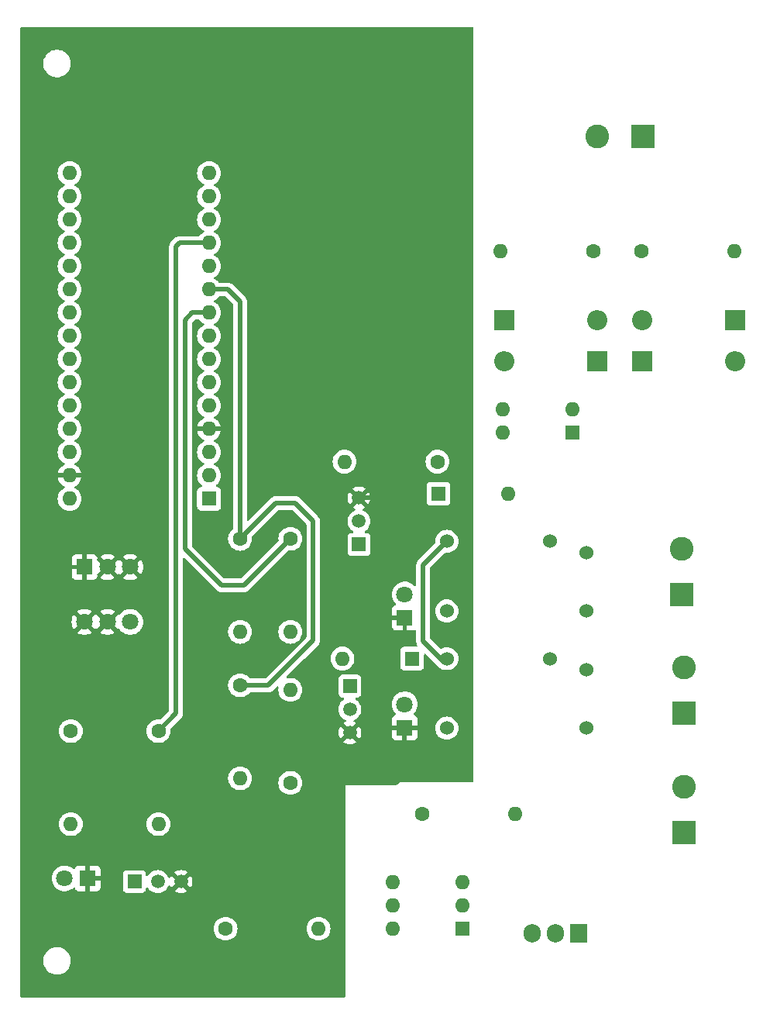
<source format=gbr>
%TF.GenerationSoftware,KiCad,Pcbnew,8.0.3*%
%TF.CreationDate,2024-08-09T13:49:10+02:00*%
%TF.ProjectId,230V_controller,32333056-5f63-46f6-9e74-726f6c6c6572,rev?*%
%TF.SameCoordinates,Original*%
%TF.FileFunction,Copper,L2,Bot*%
%TF.FilePolarity,Positive*%
%FSLAX46Y46*%
G04 Gerber Fmt 4.6, Leading zero omitted, Abs format (unit mm)*
G04 Created by KiCad (PCBNEW 8.0.3) date 2024-08-09 13:49:10*
%MOMM*%
%LPD*%
G01*
G04 APERTURE LIST*
%TA.AperFunction,ComponentPad*%
%ADD10R,2.200000X2.200000*%
%TD*%
%TA.AperFunction,ComponentPad*%
%ADD11O,2.200000X2.200000*%
%TD*%
%TA.AperFunction,ComponentPad*%
%ADD12C,1.600000*%
%TD*%
%TA.AperFunction,ComponentPad*%
%ADD13O,1.600000X1.600000*%
%TD*%
%TA.AperFunction,ComponentPad*%
%ADD14R,2.600000X2.600000*%
%TD*%
%TA.AperFunction,ComponentPad*%
%ADD15C,2.600000*%
%TD*%
%TA.AperFunction,ComponentPad*%
%ADD16R,1.500000X1.500000*%
%TD*%
%TA.AperFunction,ComponentPad*%
%ADD17C,1.500000*%
%TD*%
%TA.AperFunction,ComponentPad*%
%ADD18R,1.800000X1.800000*%
%TD*%
%TA.AperFunction,ComponentPad*%
%ADD19C,1.800000*%
%TD*%
%TA.AperFunction,ComponentPad*%
%ADD20R,1.905000X2.000000*%
%TD*%
%TA.AperFunction,ComponentPad*%
%ADD21O,1.905000X2.000000*%
%TD*%
%TA.AperFunction,ComponentPad*%
%ADD22R,1.600000X1.600000*%
%TD*%
%TA.AperFunction,ComponentPad*%
%ADD23C,1.524000*%
%TD*%
%TA.AperFunction,Conductor*%
%ADD24C,0.500000*%
%TD*%
G04 APERTURE END LIST*
D10*
%TO.P,D3,1,K*%
%TO.N,Net-(D3-K)*%
X237080000Y-78500000D03*
D11*
%TO.P,D3,2,A*%
%TO.N,Net-(D1-K)*%
X226920000Y-78500000D03*
%TD*%
D12*
%TO.P,R10,1*%
%TO.N,DIMMER_EN*%
X189080000Y-118920000D03*
D13*
%TO.P,R10,2*%
%TO.N,Net-(Q4-B)*%
X189080000Y-129080000D03*
%TD*%
D14*
%TO.P,J3,1,Pin_1*%
%TO.N,Net-(J3-Pin_1)*%
X246500000Y-117000000D03*
D15*
%TO.P,J3,2,Pin_2*%
%TO.N,NEUTRAL*%
X246500000Y-112000000D03*
%TD*%
D10*
%TO.P,D1,1,K*%
%TO.N,Net-(D1-K)*%
X226920000Y-74000000D03*
D11*
%TO.P,D1,2,A*%
%TO.N,Net-(D1-A)*%
X237080000Y-74000000D03*
%TD*%
D12*
%TO.P,R5,1*%
%TO.N,DIMM_TRIAC*%
X196420000Y-140500000D03*
D13*
%TO.P,R5,2*%
%TO.N,Net-(R5-Pad2)*%
X206580000Y-140500000D03*
%TD*%
D12*
%TO.P,R1,1*%
%TO.N,L1*%
X236580000Y-66500000D03*
D13*
%TO.P,R1,2*%
%TO.N,Net-(D1-K)*%
X226420000Y-66500000D03*
%TD*%
D16*
%TO.P,Q1,1,C*%
%TO.N,Net-(D7-A)*%
X210000000Y-114000000D03*
D17*
%TO.P,Q1,2,B*%
%TO.N,Net-(Q1-B)*%
X210000000Y-116540000D03*
%TO.P,Q1,3,E*%
%TO.N,GND*%
X210000000Y-119080000D03*
%TD*%
D16*
%TO.P,Q2,1,C*%
%TO.N,Net-(D8-A)*%
X211000000Y-98540000D03*
D17*
%TO.P,Q2,2,B*%
%TO.N,Net-(Q2-B)*%
X211000000Y-96000000D03*
%TO.P,Q2,3,E*%
%TO.N,GND*%
X211000000Y-93460000D03*
%TD*%
D18*
%TO.P,SW2,1,A*%
%TO.N,GND*%
X181000000Y-101000000D03*
D19*
%TO.P,SW2,2,B*%
X183500000Y-101000000D03*
%TO.P,SW2,3,C*%
X186000000Y-101000000D03*
%TO.P,SW2,4,A*%
X181000000Y-107000000D03*
%TO.P,SW2,5,B*%
X183500000Y-107000000D03*
%TO.P,SW2,6,C*%
%TO.N,unconnected-(A1-D3-Pad6)*%
X186000000Y-107000000D03*
%TD*%
D20*
%TO.P,Q3,1,A1*%
%TO.N,Net-(J2-Pin_1)*%
X235000000Y-141000000D03*
D21*
%TO.P,Q3,2,A2*%
%TO.N,L1*%
X232460000Y-141000000D03*
%TO.P,Q3,3,G*%
%TO.N,Net-(Q3-G)*%
X229920000Y-141000000D03*
%TD*%
D12*
%TO.P,R11,1*%
%TO.N,DIMMER_EN*%
X179500000Y-118920000D03*
D13*
%TO.P,R11,2*%
%TO.N,Net-(D9-A)*%
X179500000Y-129080000D03*
%TD*%
D12*
%TO.P,R3,1*%
%TO.N,+5V*%
X219580000Y-89500000D03*
D13*
%TO.P,R3,2*%
%TO.N,ZCD*%
X209420000Y-89500000D03*
%TD*%
D22*
%TO.P,D7,1,K*%
%TO.N,+5V*%
X216810000Y-111000000D03*
D13*
%TO.P,D7,2,A*%
%TO.N,Net-(D7-A)*%
X209190000Y-111000000D03*
%TD*%
D12*
%TO.P,R6,1*%
%TO.N,RELAY_2*%
X203500000Y-124580000D03*
D13*
%TO.P,R6,2*%
%TO.N,Net-(D6-A)*%
X203500000Y-114420000D03*
%TD*%
D23*
%TO.P,K1,1*%
%TO.N,Net-(D7-A)*%
X220600000Y-118600000D03*
%TO.P,K1,2*%
%TO.N,+5V*%
X220600000Y-111000000D03*
%TO.P,K1,3*%
%TO.N,Net-(J3-Pin_1)*%
X235840000Y-118600000D03*
%TO.P,K1,4*%
%TO.N,unconnected-(K1-Pad4)*%
X231840000Y-111000000D03*
%TO.P,K1,5*%
%TO.N,L1*%
X235840000Y-112250000D03*
%TD*%
D14*
%TO.P,J4,1,Pin_1*%
%TO.N,Net-(J4-Pin_1)*%
X246305000Y-104000000D03*
D15*
%TO.P,J4,2,Pin_2*%
%TO.N,NEUTRAL*%
X246305000Y-99000000D03*
%TD*%
D14*
%TO.P,J1,1,Pin_1*%
%TO.N,NEUTRAL*%
X242000000Y-54000000D03*
D15*
%TO.P,J1,2,Pin_2*%
%TO.N,L1*%
X237000000Y-54000000D03*
%TD*%
D10*
%TO.P,D4,1,K*%
%TO.N,Net-(D3-K)*%
X241920000Y-78500000D03*
D11*
%TO.P,D4,2,A*%
%TO.N,Net-(D2-K)*%
X252080000Y-78500000D03*
%TD*%
D12*
%TO.P,R2,1*%
%TO.N,NEUTRAL*%
X241840000Y-66500000D03*
D13*
%TO.P,R2,2*%
%TO.N,Net-(D2-K)*%
X252000000Y-66500000D03*
%TD*%
D12*
%TO.P,R7,1*%
%TO.N,RELAY_1*%
X198000000Y-97920000D03*
D13*
%TO.P,R7,2*%
%TO.N,Net-(Q1-B)*%
X198000000Y-108080000D03*
%TD*%
D18*
%TO.P,D6,1,K*%
%TO.N,GND*%
X216000000Y-106540000D03*
D19*
%TO.P,D6,2,A*%
%TO.N,Net-(D6-A)*%
X216000000Y-104000000D03*
%TD*%
D14*
%TO.P,J2,1,Pin_1*%
%TO.N,Net-(J2-Pin_1)*%
X246500000Y-130000000D03*
D15*
%TO.P,J2,2,Pin_2*%
%TO.N,NEUTRAL*%
X246500000Y-125000000D03*
%TD*%
D10*
%TO.P,D2,1,K*%
%TO.N,Net-(D2-K)*%
X252080000Y-74000000D03*
D11*
%TO.P,D2,2,A*%
%TO.N,Net-(D1-A)*%
X241920000Y-74000000D03*
%TD*%
D23*
%TO.P,K2,1*%
%TO.N,Net-(D8-A)*%
X220600000Y-105800000D03*
%TO.P,K2,2*%
%TO.N,+5V*%
X220600000Y-98200000D03*
%TO.P,K2,3*%
%TO.N,Net-(J4-Pin_1)*%
X235840000Y-105800000D03*
%TO.P,K2,4*%
%TO.N,unconnected-(K2-Pad4)*%
X231840000Y-98200000D03*
%TO.P,K2,5*%
%TO.N,L1*%
X235840000Y-99450000D03*
%TD*%
D16*
%TO.P,Q4,1,C*%
%TO.N,Net-(Q4-C)*%
X186460000Y-135360000D03*
D17*
%TO.P,Q4,2,B*%
%TO.N,Net-(Q4-B)*%
X189000000Y-135360000D03*
%TO.P,Q4,3,E*%
%TO.N,GND*%
X191540000Y-135360000D03*
%TD*%
D18*
%TO.P,D9,1,K*%
%TO.N,GND*%
X181355000Y-135000000D03*
D19*
%TO.P,D9,2,A*%
%TO.N,Net-(D9-A)*%
X178815000Y-135000000D03*
%TD*%
D12*
%TO.P,R8,1*%
%TO.N,RELAY_2*%
X203500000Y-97920000D03*
D13*
%TO.P,R8,2*%
%TO.N,Net-(Q2-B)*%
X203500000Y-108080000D03*
%TD*%
D22*
%TO.P,U3,1*%
%TO.N,Net-(R5-Pad2)*%
X222300000Y-140525000D03*
D13*
%TO.P,U3,2*%
%TO.N,Net-(Q4-C)*%
X222300000Y-137985000D03*
%TO.P,U3,3,NC*%
%TO.N,unconnected-(U3-NC-Pad3)*%
X222300000Y-135445000D03*
%TO.P,U3,4*%
%TO.N,Net-(Q3-G)*%
X214680000Y-135445000D03*
%TO.P,U3,5,NC*%
%TO.N,unconnected-(U3-NC-Pad5)*%
X214680000Y-137985000D03*
%TO.P,U3,6*%
%TO.N,Net-(R9-Pad1)*%
X214680000Y-140525000D03*
%TD*%
D22*
%TO.P,D8,1,K*%
%TO.N,+5V*%
X219690000Y-93000000D03*
D13*
%TO.P,D8,2,A*%
%TO.N,Net-(D8-A)*%
X227310000Y-93000000D03*
%TD*%
D22*
%TO.P,A1,1,D1/TX*%
%TO.N,unconnected-(A1-D1{slash}TX-Pad1)*%
X194610000Y-93540000D03*
D13*
%TO.P,A1,2,D0/RX*%
%TO.N,unconnected-(A1-D0{slash}RX-Pad2)*%
X194610000Y-91000000D03*
%TO.P,A1,3,~{RESET}*%
%TO.N,unconnected-(A1-~{RESET}-Pad3)*%
X194610000Y-88460000D03*
%TO.P,A1,4,GND*%
%TO.N,GND*%
X194610000Y-85920000D03*
%TO.P,A1,5,D2*%
%TO.N,ZCD*%
X194610000Y-83380000D03*
%TO.P,A1,6,D3*%
%TO.N,unconnected-(A1-D3-Pad6)*%
X194610000Y-80840000D03*
%TO.P,A1,7,D4*%
%TO.N,unconnected-(A1-D4-Pad7)*%
X194610000Y-78300000D03*
%TO.P,A1,8,D5*%
%TO.N,unconnected-(A1-D5-Pad8)*%
X194610000Y-75760000D03*
%TO.P,A1,9,D6*%
%TO.N,RELAY_2*%
X194610000Y-73220000D03*
%TO.P,A1,10,D7*%
%TO.N,RELAY_1*%
X194610000Y-70680000D03*
%TO.P,A1,11,D8*%
%TO.N,DIMM_TRIAC*%
X194610000Y-68140000D03*
%TO.P,A1,12,D9*%
%TO.N,DIMMER_EN*%
X194610000Y-65600000D03*
%TO.P,A1,13,D10*%
%TO.N,unconnected-(A1-D10-Pad13)*%
X194610000Y-63060000D03*
%TO.P,A1,14,D11*%
%TO.N,unconnected-(A1-D11-Pad14)*%
X194610000Y-60520000D03*
%TO.P,A1,15,D12*%
%TO.N,unconnected-(A1-D12-Pad15)*%
X194610000Y-57980000D03*
%TO.P,A1,16,D13*%
%TO.N,unconnected-(A1-D13-Pad16)*%
X179370000Y-57980000D03*
%TO.P,A1,17,3V3*%
%TO.N,unconnected-(A1-3V3-Pad17)*%
X179370000Y-60520000D03*
%TO.P,A1,18,AREF*%
%TO.N,unconnected-(A1-AREF-Pad18)*%
X179370000Y-63060000D03*
%TO.P,A1,19,A0*%
%TO.N,unconnected-(A1-A0-Pad19)*%
X179370000Y-65600000D03*
%TO.P,A1,20,A1*%
%TO.N,unconnected-(A1-A1-Pad20)*%
X179370000Y-68140000D03*
%TO.P,A1,21,A2*%
%TO.N,unconnected-(A1-A2-Pad21)*%
X179370000Y-70680000D03*
%TO.P,A1,22,A3*%
%TO.N,unconnected-(A1-A3-Pad22)*%
X179370000Y-73220000D03*
%TO.P,A1,23,A4*%
%TO.N,unconnected-(A1-A4-Pad23)*%
X179370000Y-75760000D03*
%TO.P,A1,24,A5*%
%TO.N,unconnected-(A1-A5-Pad24)*%
X179370000Y-78300000D03*
%TO.P,A1,25,A6*%
%TO.N,unconnected-(A1-A6-Pad25)*%
X179370000Y-80840000D03*
%TO.P,A1,26,A7*%
%TO.N,unconnected-(A1-A7-Pad26)*%
X179370000Y-83380000D03*
%TO.P,A1,27,+5V*%
%TO.N,+5V*%
X179370000Y-85920000D03*
%TO.P,A1,28,~{RESET}*%
%TO.N,unconnected-(A1-~{RESET}-Pad28)*%
X179370000Y-88460000D03*
%TO.P,A1,29,GND*%
%TO.N,GND*%
X179370000Y-91000000D03*
%TO.P,A1,30,VIN*%
%TO.N,unconnected-(A1-VIN-Pad30)*%
X179370000Y-93540000D03*
%TD*%
D12*
%TO.P,R4,1*%
%TO.N,RELAY_1*%
X198000000Y-113920000D03*
D13*
%TO.P,R4,2*%
%TO.N,Net-(D5-A)*%
X198000000Y-124080000D03*
%TD*%
D12*
%TO.P,R9,1*%
%TO.N,Net-(R9-Pad1)*%
X217920000Y-128000000D03*
D13*
%TO.P,R9,2*%
%TO.N,L1*%
X228080000Y-128000000D03*
%TD*%
D22*
%TO.P,U1,1*%
%TO.N,Net-(D3-K)*%
X234300000Y-86275000D03*
D13*
%TO.P,U1,2*%
%TO.N,Net-(D1-A)*%
X234300000Y-83735000D03*
%TO.P,U1,3*%
%TO.N,GND*%
X226680000Y-83735000D03*
%TO.P,U1,4*%
%TO.N,ZCD*%
X226680000Y-86275000D03*
%TD*%
D18*
%TO.P,D5,1,K*%
%TO.N,GND*%
X216000000Y-118540000D03*
D19*
%TO.P,D5,2,A*%
%TO.N,Net-(D5-A)*%
X216000000Y-116000000D03*
%TD*%
D24*
%TO.N,RELAY_1*%
X201080000Y-113920000D02*
X206000000Y-109000000D01*
X196680000Y-70680000D02*
X194240000Y-70680000D01*
X198000000Y-97920000D02*
X198000000Y-72000000D01*
X206000000Y-109000000D02*
X206000000Y-96000000D01*
X201920000Y-94000000D02*
X198000000Y-97920000D01*
X204000000Y-94000000D02*
X201920000Y-94000000D01*
X206000000Y-96000000D02*
X204000000Y-94000000D01*
X198000000Y-113920000D02*
X201080000Y-113920000D01*
X198000000Y-72000000D02*
X196680000Y-70680000D01*
%TO.N,RELAY_2*%
X198420000Y-103000000D02*
X196000000Y-103000000D01*
X196000000Y-103000000D02*
X192000000Y-99000000D01*
X192780000Y-73220000D02*
X194240000Y-73220000D01*
X192000000Y-74000000D02*
X192780000Y-73220000D01*
X192000000Y-99000000D02*
X192000000Y-74000000D01*
X203500000Y-97920000D02*
X198420000Y-103000000D01*
%TO.N,GND*%
X212000000Y-104000000D02*
X212000000Y-105000000D01*
X212000000Y-105000000D02*
X207000000Y-110000000D01*
X208000000Y-114960000D02*
X208000000Y-123000000D01*
X213460000Y-93460000D02*
X216000000Y-96000000D01*
X211000000Y-93460000D02*
X213460000Y-93460000D01*
X216000000Y-123540000D02*
X216000000Y-118540000D01*
X215000000Y-124540000D02*
X216000000Y-123540000D01*
X216000000Y-100000000D02*
X212000000Y-104000000D01*
X208000000Y-123000000D02*
X209540000Y-124540000D01*
X216000000Y-96000000D02*
X216000000Y-100000000D01*
X209540000Y-124540000D02*
X215000000Y-124540000D01*
X207000000Y-113960000D02*
X208000000Y-114960000D01*
X207000000Y-110000000D02*
X207000000Y-113960000D01*
%TO.N,DIMMER_EN*%
X191400000Y-65600000D02*
X191000000Y-66000000D01*
X191000000Y-117000000D02*
X191000000Y-66000000D01*
X194240000Y-65600000D02*
X191400000Y-65600000D01*
X189080000Y-118920000D02*
X191000000Y-117000000D01*
%TO.N,+5V*%
X218000000Y-109120000D02*
X218000000Y-100800000D01*
X220380000Y-111500000D02*
X218000000Y-109120000D01*
X218000000Y-100800000D02*
X220600000Y-98200000D01*
%TD*%
%TA.AperFunction,Conductor*%
%TO.N,GND*%
G36*
X223443039Y-42019685D02*
G01*
X223488794Y-42072489D01*
X223500000Y-42124000D01*
X223500000Y-124376000D01*
X223480315Y-124443039D01*
X223427511Y-124488794D01*
X223376000Y-124500000D01*
X209500000Y-124500000D01*
X209500000Y-147876000D01*
X209480315Y-147943039D01*
X209427511Y-147988794D01*
X209376000Y-148000000D01*
X174124000Y-148000000D01*
X174056961Y-147980315D01*
X174011206Y-147927511D01*
X174000000Y-147876000D01*
X174000000Y-143881902D01*
X176499500Y-143881902D01*
X176499500Y-144118097D01*
X176536446Y-144351368D01*
X176609433Y-144575996D01*
X176716657Y-144786433D01*
X176855483Y-144977510D01*
X177022490Y-145144517D01*
X177213567Y-145283343D01*
X177312991Y-145334002D01*
X177424003Y-145390566D01*
X177424005Y-145390566D01*
X177424008Y-145390568D01*
X177544412Y-145429689D01*
X177648631Y-145463553D01*
X177881903Y-145500500D01*
X177881908Y-145500500D01*
X178118097Y-145500500D01*
X178351368Y-145463553D01*
X178575992Y-145390568D01*
X178786433Y-145283343D01*
X178977510Y-145144517D01*
X179144517Y-144977510D01*
X179283343Y-144786433D01*
X179390568Y-144575992D01*
X179463553Y-144351368D01*
X179500500Y-144118097D01*
X179500500Y-143881902D01*
X179463553Y-143648631D01*
X179390566Y-143424003D01*
X179283342Y-143213566D01*
X179144517Y-143022490D01*
X178977510Y-142855483D01*
X178786433Y-142716657D01*
X178575996Y-142609433D01*
X178351368Y-142536446D01*
X178118097Y-142499500D01*
X178118092Y-142499500D01*
X177881908Y-142499500D01*
X177881903Y-142499500D01*
X177648631Y-142536446D01*
X177424003Y-142609433D01*
X177213566Y-142716657D01*
X177104550Y-142795862D01*
X177022490Y-142855483D01*
X177022488Y-142855485D01*
X177022487Y-142855485D01*
X176855485Y-143022487D01*
X176855485Y-143022488D01*
X176855483Y-143022490D01*
X176795862Y-143104550D01*
X176716657Y-143213566D01*
X176609433Y-143424003D01*
X176536446Y-143648631D01*
X176499500Y-143881902D01*
X174000000Y-143881902D01*
X174000000Y-140499998D01*
X195114532Y-140499998D01*
X195114532Y-140500001D01*
X195134364Y-140726686D01*
X195134366Y-140726697D01*
X195193258Y-140946488D01*
X195193261Y-140946497D01*
X195289431Y-141152732D01*
X195289432Y-141152734D01*
X195419954Y-141339141D01*
X195580858Y-141500045D01*
X195580861Y-141500047D01*
X195767266Y-141630568D01*
X195973504Y-141726739D01*
X196193308Y-141785635D01*
X196355230Y-141799801D01*
X196419998Y-141805468D01*
X196420000Y-141805468D01*
X196420002Y-141805468D01*
X196476673Y-141800509D01*
X196646692Y-141785635D01*
X196866496Y-141726739D01*
X197072734Y-141630568D01*
X197259139Y-141500047D01*
X197420047Y-141339139D01*
X197550568Y-141152734D01*
X197646739Y-140946496D01*
X197705635Y-140726692D01*
X197725468Y-140500000D01*
X197725468Y-140499998D01*
X205274532Y-140499998D01*
X205274532Y-140500001D01*
X205294364Y-140726686D01*
X205294366Y-140726697D01*
X205353258Y-140946488D01*
X205353261Y-140946497D01*
X205449431Y-141152732D01*
X205449432Y-141152734D01*
X205579954Y-141339141D01*
X205740858Y-141500045D01*
X205740861Y-141500047D01*
X205927266Y-141630568D01*
X206133504Y-141726739D01*
X206353308Y-141785635D01*
X206515230Y-141799801D01*
X206579998Y-141805468D01*
X206580000Y-141805468D01*
X206580002Y-141805468D01*
X206636673Y-141800509D01*
X206806692Y-141785635D01*
X207026496Y-141726739D01*
X207232734Y-141630568D01*
X207419139Y-141500047D01*
X207580047Y-141339139D01*
X207710568Y-141152734D01*
X207806739Y-140946496D01*
X207865635Y-140726692D01*
X207885468Y-140500000D01*
X207865635Y-140273308D01*
X207806739Y-140053504D01*
X207710568Y-139847266D01*
X207580047Y-139660861D01*
X207580045Y-139660858D01*
X207419141Y-139499954D01*
X207232734Y-139369432D01*
X207232732Y-139369431D01*
X207026497Y-139273261D01*
X207026488Y-139273258D01*
X206806697Y-139214366D01*
X206806693Y-139214365D01*
X206806692Y-139214365D01*
X206806691Y-139214364D01*
X206806686Y-139214364D01*
X206580002Y-139194532D01*
X206579998Y-139194532D01*
X206353313Y-139214364D01*
X206353302Y-139214366D01*
X206133511Y-139273258D01*
X206133502Y-139273261D01*
X205927267Y-139369431D01*
X205927265Y-139369432D01*
X205740858Y-139499954D01*
X205579954Y-139660858D01*
X205449432Y-139847265D01*
X205449431Y-139847267D01*
X205353261Y-140053502D01*
X205353258Y-140053511D01*
X205294366Y-140273302D01*
X205294364Y-140273313D01*
X205274532Y-140499998D01*
X197725468Y-140499998D01*
X197705635Y-140273308D01*
X197646739Y-140053504D01*
X197550568Y-139847266D01*
X197420047Y-139660861D01*
X197420045Y-139660858D01*
X197259141Y-139499954D01*
X197072734Y-139369432D01*
X197072732Y-139369431D01*
X196866497Y-139273261D01*
X196866488Y-139273258D01*
X196646697Y-139214366D01*
X196646693Y-139214365D01*
X196646692Y-139214365D01*
X196646691Y-139214364D01*
X196646686Y-139214364D01*
X196420002Y-139194532D01*
X196419998Y-139194532D01*
X196193313Y-139214364D01*
X196193302Y-139214366D01*
X195973511Y-139273258D01*
X195973502Y-139273261D01*
X195767267Y-139369431D01*
X195767265Y-139369432D01*
X195580858Y-139499954D01*
X195419954Y-139660858D01*
X195289432Y-139847265D01*
X195289431Y-139847267D01*
X195193261Y-140053502D01*
X195193258Y-140053511D01*
X195134366Y-140273302D01*
X195134364Y-140273313D01*
X195114532Y-140499998D01*
X174000000Y-140499998D01*
X174000000Y-134999993D01*
X177409700Y-134999993D01*
X177409700Y-135000006D01*
X177428864Y-135231297D01*
X177428866Y-135231308D01*
X177485842Y-135456300D01*
X177579075Y-135668848D01*
X177706016Y-135863147D01*
X177706019Y-135863151D01*
X177706021Y-135863153D01*
X177863216Y-136033913D01*
X177863219Y-136033915D01*
X177863222Y-136033918D01*
X178046365Y-136176464D01*
X178046371Y-136176468D01*
X178046374Y-136176470D01*
X178250497Y-136286936D01*
X178351464Y-136321598D01*
X178470015Y-136362297D01*
X178470017Y-136362297D01*
X178470019Y-136362298D01*
X178698951Y-136400500D01*
X178698952Y-136400500D01*
X178931048Y-136400500D01*
X178931049Y-136400500D01*
X179159981Y-136362298D01*
X179379503Y-136286936D01*
X179583626Y-136176470D01*
X179607524Y-136157870D01*
X179726740Y-136065080D01*
X179766784Y-136033913D01*
X179775511Y-136024432D01*
X179835394Y-135988441D01*
X179905232Y-135990538D01*
X179962850Y-136030060D01*
X179982924Y-136065080D01*
X180011645Y-136142086D01*
X180011649Y-136142093D01*
X180097809Y-136257187D01*
X180097812Y-136257190D01*
X180212906Y-136343350D01*
X180212913Y-136343354D01*
X180347620Y-136393596D01*
X180347627Y-136393598D01*
X180407155Y-136399999D01*
X180407172Y-136400000D01*
X181105000Y-136400000D01*
X181105000Y-135375277D01*
X181181306Y-135419333D01*
X181295756Y-135450000D01*
X181414244Y-135450000D01*
X181528694Y-135419333D01*
X181605000Y-135375277D01*
X181605000Y-136400000D01*
X182302828Y-136400000D01*
X182302844Y-136399999D01*
X182362372Y-136393598D01*
X182362379Y-136393596D01*
X182497086Y-136343354D01*
X182497093Y-136343350D01*
X182612187Y-136257190D01*
X182612190Y-136257187D01*
X182698350Y-136142093D01*
X182698354Y-136142086D01*
X182748596Y-136007379D01*
X182748598Y-136007372D01*
X182754999Y-135947844D01*
X182755000Y-135947827D01*
X182755000Y-135250000D01*
X181730278Y-135250000D01*
X181774333Y-135173694D01*
X181805000Y-135059244D01*
X181805000Y-134940756D01*
X181774333Y-134826306D01*
X181730278Y-134750000D01*
X182755000Y-134750000D01*
X182755000Y-134562135D01*
X185209500Y-134562135D01*
X185209500Y-136157870D01*
X185209501Y-136157876D01*
X185215908Y-136217483D01*
X185266202Y-136352328D01*
X185266206Y-136352335D01*
X185352452Y-136467544D01*
X185352455Y-136467547D01*
X185467664Y-136553793D01*
X185467671Y-136553797D01*
X185602517Y-136604091D01*
X185602516Y-136604091D01*
X185609444Y-136604835D01*
X185662127Y-136610500D01*
X187257872Y-136610499D01*
X187317483Y-136604091D01*
X187452331Y-136553796D01*
X187567546Y-136467546D01*
X187653796Y-136352331D01*
X187704091Y-136217483D01*
X187710500Y-136157873D01*
X187710499Y-136091860D01*
X187730183Y-136024824D01*
X187782986Y-135979068D01*
X187852144Y-135969124D01*
X187915700Y-135998148D01*
X187936073Y-136020738D01*
X187985877Y-136091864D01*
X188038402Y-136166877D01*
X188193123Y-136321598D01*
X188372361Y-136447102D01*
X188570670Y-136539575D01*
X188782023Y-136596207D01*
X188964926Y-136612208D01*
X188999998Y-136615277D01*
X189000000Y-136615277D01*
X189000002Y-136615277D01*
X189028254Y-136612805D01*
X189217977Y-136596207D01*
X189429330Y-136539575D01*
X189627639Y-136447102D01*
X189806877Y-136321598D01*
X189961598Y-136166877D01*
X190087102Y-135987639D01*
X190157895Y-135835822D01*
X190204066Y-135783385D01*
X190271260Y-135764233D01*
X190338141Y-135784449D01*
X190382658Y-135835824D01*
X190453333Y-135987387D01*
X190496874Y-136049571D01*
X191140000Y-135406445D01*
X191140000Y-135412661D01*
X191167259Y-135514394D01*
X191219920Y-135605606D01*
X191294394Y-135680080D01*
X191385606Y-135732741D01*
X191487339Y-135760000D01*
X191493553Y-135760000D01*
X190850427Y-136403124D01*
X190912612Y-136446666D01*
X191110840Y-136539101D01*
X191110849Y-136539105D01*
X191322105Y-136595710D01*
X191322115Y-136595712D01*
X191539999Y-136614775D01*
X191540001Y-136614775D01*
X191757884Y-136595712D01*
X191757894Y-136595710D01*
X191969150Y-136539105D01*
X191969164Y-136539100D01*
X192167383Y-136446669D01*
X192167385Y-136446668D01*
X192229571Y-136403124D01*
X191586448Y-135760000D01*
X191592661Y-135760000D01*
X191694394Y-135732741D01*
X191785606Y-135680080D01*
X191860080Y-135605606D01*
X191912741Y-135514394D01*
X191940000Y-135412661D01*
X191940000Y-135406446D01*
X192583124Y-136049570D01*
X192626668Y-135987385D01*
X192626669Y-135987383D01*
X192719100Y-135789164D01*
X192719105Y-135789150D01*
X192775710Y-135577894D01*
X192775712Y-135577884D01*
X192794775Y-135360000D01*
X192794775Y-135359999D01*
X192775712Y-135142115D01*
X192775710Y-135142105D01*
X192719105Y-134930849D01*
X192719101Y-134930840D01*
X192626667Y-134732614D01*
X192626666Y-134732612D01*
X192583124Y-134670428D01*
X192583124Y-134670427D01*
X191940000Y-135313551D01*
X191940000Y-135307339D01*
X191912741Y-135205606D01*
X191860080Y-135114394D01*
X191785606Y-135039920D01*
X191694394Y-134987259D01*
X191592661Y-134960000D01*
X191586447Y-134960000D01*
X192229571Y-134316874D01*
X192167387Y-134273333D01*
X191969159Y-134180898D01*
X191969150Y-134180894D01*
X191757894Y-134124289D01*
X191757884Y-134124287D01*
X191540001Y-134105225D01*
X191539999Y-134105225D01*
X191322115Y-134124287D01*
X191322105Y-134124289D01*
X191110849Y-134180894D01*
X191110840Y-134180898D01*
X190912613Y-134273333D01*
X190850428Y-134316874D01*
X191493554Y-134960000D01*
X191487339Y-134960000D01*
X191385606Y-134987259D01*
X191294394Y-135039920D01*
X191219920Y-135114394D01*
X191167259Y-135205606D01*
X191140000Y-135307339D01*
X191140000Y-135313554D01*
X190496874Y-134670428D01*
X190453333Y-134732613D01*
X190382658Y-134884175D01*
X190336485Y-134936614D01*
X190269292Y-134955766D01*
X190202411Y-134935550D01*
X190157894Y-134884175D01*
X190130909Y-134826306D01*
X190087102Y-134732362D01*
X190087100Y-134732359D01*
X190087099Y-134732357D01*
X189961599Y-134553124D01*
X189910991Y-134502516D01*
X189806877Y-134398402D01*
X189668978Y-134301844D01*
X189627638Y-134272897D01*
X189528484Y-134226661D01*
X189429330Y-134180425D01*
X189429326Y-134180424D01*
X189429322Y-134180422D01*
X189217977Y-134123793D01*
X189000002Y-134104723D01*
X188999998Y-134104723D01*
X188872151Y-134115908D01*
X188782023Y-134123793D01*
X188782020Y-134123793D01*
X188570677Y-134180422D01*
X188570668Y-134180426D01*
X188372361Y-134272898D01*
X188372357Y-134272900D01*
X188193121Y-134398402D01*
X188038402Y-134553121D01*
X187936074Y-134699262D01*
X187881497Y-134742887D01*
X187811999Y-134750081D01*
X187749644Y-134718558D01*
X187714230Y-134658328D01*
X187710499Y-134628139D01*
X187710499Y-134562129D01*
X187710498Y-134562123D01*
X187710497Y-134562116D01*
X187704091Y-134502517D01*
X187653796Y-134367669D01*
X187653795Y-134367668D01*
X187653793Y-134367664D01*
X187567547Y-134252455D01*
X187567544Y-134252452D01*
X187452335Y-134166206D01*
X187452328Y-134166202D01*
X187317482Y-134115908D01*
X187317483Y-134115908D01*
X187257883Y-134109501D01*
X187257881Y-134109500D01*
X187257873Y-134109500D01*
X187257864Y-134109500D01*
X185662129Y-134109500D01*
X185662123Y-134109501D01*
X185602516Y-134115908D01*
X185467671Y-134166202D01*
X185467664Y-134166206D01*
X185352455Y-134252452D01*
X185352452Y-134252455D01*
X185266206Y-134367664D01*
X185266202Y-134367671D01*
X185215908Y-134502517D01*
X185210468Y-134553121D01*
X185209501Y-134562123D01*
X185209500Y-134562135D01*
X182755000Y-134562135D01*
X182755000Y-134052172D01*
X182754999Y-134052155D01*
X182748598Y-133992627D01*
X182748596Y-133992620D01*
X182698354Y-133857913D01*
X182698350Y-133857906D01*
X182612190Y-133742812D01*
X182612187Y-133742809D01*
X182497093Y-133656649D01*
X182497086Y-133656645D01*
X182362379Y-133606403D01*
X182362372Y-133606401D01*
X182302844Y-133600000D01*
X181605000Y-133600000D01*
X181605000Y-134624722D01*
X181528694Y-134580667D01*
X181414244Y-134550000D01*
X181295756Y-134550000D01*
X181181306Y-134580667D01*
X181105000Y-134624722D01*
X181105000Y-133600000D01*
X180407155Y-133600000D01*
X180347627Y-133606401D01*
X180347620Y-133606403D01*
X180212913Y-133656645D01*
X180212906Y-133656649D01*
X180097812Y-133742809D01*
X180097809Y-133742812D01*
X180011649Y-133857906D01*
X180011646Y-133857911D01*
X179982924Y-133934920D01*
X179941052Y-133990853D01*
X179875588Y-134015270D01*
X179807315Y-134000418D01*
X179775514Y-133975571D01*
X179766784Y-133966087D01*
X179766779Y-133966083D01*
X179766777Y-133966081D01*
X179583634Y-133823535D01*
X179583628Y-133823531D01*
X179379504Y-133713064D01*
X179379495Y-133713061D01*
X179159984Y-133637702D01*
X178972404Y-133606401D01*
X178931049Y-133599500D01*
X178698951Y-133599500D01*
X178657596Y-133606401D01*
X178470015Y-133637702D01*
X178250504Y-133713061D01*
X178250495Y-133713064D01*
X178046371Y-133823531D01*
X178046365Y-133823535D01*
X177863222Y-133966081D01*
X177863219Y-133966084D01*
X177863216Y-133966086D01*
X177863216Y-133966087D01*
X177838791Y-133992620D01*
X177706016Y-134136852D01*
X177579075Y-134331151D01*
X177485842Y-134543699D01*
X177428866Y-134768691D01*
X177428864Y-134768702D01*
X177409700Y-134999993D01*
X174000000Y-134999993D01*
X174000000Y-129079998D01*
X178194532Y-129079998D01*
X178194532Y-129080001D01*
X178214364Y-129306686D01*
X178214366Y-129306697D01*
X178273258Y-129526488D01*
X178273261Y-129526497D01*
X178369431Y-129732732D01*
X178369432Y-129732734D01*
X178499954Y-129919141D01*
X178660858Y-130080045D01*
X178660861Y-130080047D01*
X178847266Y-130210568D01*
X179053504Y-130306739D01*
X179273308Y-130365635D01*
X179435230Y-130379801D01*
X179499998Y-130385468D01*
X179500000Y-130385468D01*
X179500002Y-130385468D01*
X179556673Y-130380509D01*
X179726692Y-130365635D01*
X179946496Y-130306739D01*
X180152734Y-130210568D01*
X180339139Y-130080047D01*
X180500047Y-129919139D01*
X180630568Y-129732734D01*
X180726739Y-129526496D01*
X180785635Y-129306692D01*
X180805468Y-129080000D01*
X180805468Y-129079998D01*
X187774532Y-129079998D01*
X187774532Y-129080001D01*
X187794364Y-129306686D01*
X187794366Y-129306697D01*
X187853258Y-129526488D01*
X187853261Y-129526497D01*
X187949431Y-129732732D01*
X187949432Y-129732734D01*
X188079954Y-129919141D01*
X188240858Y-130080045D01*
X188240861Y-130080047D01*
X188427266Y-130210568D01*
X188633504Y-130306739D01*
X188853308Y-130365635D01*
X189015230Y-130379801D01*
X189079998Y-130385468D01*
X189080000Y-130385468D01*
X189080002Y-130385468D01*
X189136673Y-130380509D01*
X189306692Y-130365635D01*
X189526496Y-130306739D01*
X189732734Y-130210568D01*
X189919139Y-130080047D01*
X190080047Y-129919139D01*
X190210568Y-129732734D01*
X190306739Y-129526496D01*
X190365635Y-129306692D01*
X190385468Y-129080000D01*
X190365635Y-128853308D01*
X190306739Y-128633504D01*
X190210568Y-128427266D01*
X190080047Y-128240861D01*
X190080045Y-128240858D01*
X189919141Y-128079954D01*
X189732734Y-127949432D01*
X189732732Y-127949431D01*
X189526497Y-127853261D01*
X189526488Y-127853258D01*
X189306697Y-127794366D01*
X189306693Y-127794365D01*
X189306692Y-127794365D01*
X189306691Y-127794364D01*
X189306686Y-127794364D01*
X189080002Y-127774532D01*
X189079998Y-127774532D01*
X188853313Y-127794364D01*
X188853302Y-127794366D01*
X188633511Y-127853258D01*
X188633502Y-127853261D01*
X188427267Y-127949431D01*
X188427265Y-127949432D01*
X188240858Y-128079954D01*
X188079954Y-128240858D01*
X187949432Y-128427265D01*
X187949431Y-128427267D01*
X187853261Y-128633502D01*
X187853258Y-128633511D01*
X187794366Y-128853302D01*
X187794364Y-128853313D01*
X187774532Y-129079998D01*
X180805468Y-129079998D01*
X180785635Y-128853308D01*
X180726739Y-128633504D01*
X180630568Y-128427266D01*
X180500047Y-128240861D01*
X180500045Y-128240858D01*
X180339141Y-128079954D01*
X180152734Y-127949432D01*
X180152732Y-127949431D01*
X179946497Y-127853261D01*
X179946488Y-127853258D01*
X179726697Y-127794366D01*
X179726693Y-127794365D01*
X179726692Y-127794365D01*
X179726691Y-127794364D01*
X179726686Y-127794364D01*
X179500002Y-127774532D01*
X179499998Y-127774532D01*
X179273313Y-127794364D01*
X179273302Y-127794366D01*
X179053511Y-127853258D01*
X179053502Y-127853261D01*
X178847267Y-127949431D01*
X178847265Y-127949432D01*
X178660858Y-128079954D01*
X178499954Y-128240858D01*
X178369432Y-128427265D01*
X178369431Y-128427267D01*
X178273261Y-128633502D01*
X178273258Y-128633511D01*
X178214366Y-128853302D01*
X178214364Y-128853313D01*
X178194532Y-129079998D01*
X174000000Y-129079998D01*
X174000000Y-124079998D01*
X196694532Y-124079998D01*
X196694532Y-124080001D01*
X196714364Y-124306686D01*
X196714366Y-124306697D01*
X196773258Y-124526488D01*
X196773261Y-124526497D01*
X196869431Y-124732732D01*
X196869432Y-124732734D01*
X196999954Y-124919141D01*
X197160858Y-125080045D01*
X197160861Y-125080047D01*
X197347266Y-125210568D01*
X197553504Y-125306739D01*
X197773308Y-125365635D01*
X197935230Y-125379801D01*
X197999998Y-125385468D01*
X198000000Y-125385468D01*
X198000002Y-125385468D01*
X198056673Y-125380509D01*
X198226692Y-125365635D01*
X198446496Y-125306739D01*
X198652734Y-125210568D01*
X198839139Y-125080047D01*
X199000047Y-124919139D01*
X199130568Y-124732734D01*
X199201790Y-124579998D01*
X202194532Y-124579998D01*
X202194532Y-124580001D01*
X202214364Y-124806686D01*
X202214366Y-124806697D01*
X202273258Y-125026488D01*
X202273261Y-125026497D01*
X202369431Y-125232732D01*
X202369432Y-125232734D01*
X202499954Y-125419141D01*
X202660858Y-125580045D01*
X202660861Y-125580047D01*
X202847266Y-125710568D01*
X203053504Y-125806739D01*
X203273308Y-125865635D01*
X203435230Y-125879801D01*
X203499998Y-125885468D01*
X203500000Y-125885468D01*
X203500002Y-125885468D01*
X203556673Y-125880509D01*
X203726692Y-125865635D01*
X203946496Y-125806739D01*
X204152734Y-125710568D01*
X204339139Y-125580047D01*
X204500047Y-125419139D01*
X204630568Y-125232734D01*
X204726739Y-125026496D01*
X204785635Y-124806692D01*
X204805468Y-124580000D01*
X204785635Y-124353308D01*
X204726739Y-124133504D01*
X204630568Y-123927266D01*
X204500047Y-123740861D01*
X204500045Y-123740858D01*
X204339141Y-123579954D01*
X204152734Y-123449432D01*
X204152732Y-123449431D01*
X203946497Y-123353261D01*
X203946488Y-123353258D01*
X203726697Y-123294366D01*
X203726693Y-123294365D01*
X203726692Y-123294365D01*
X203726691Y-123294364D01*
X203726686Y-123294364D01*
X203500002Y-123274532D01*
X203499998Y-123274532D01*
X203273313Y-123294364D01*
X203273302Y-123294366D01*
X203053511Y-123353258D01*
X203053502Y-123353261D01*
X202847267Y-123449431D01*
X202847265Y-123449432D01*
X202660858Y-123579954D01*
X202499954Y-123740858D01*
X202369432Y-123927265D01*
X202369431Y-123927267D01*
X202273261Y-124133502D01*
X202273258Y-124133511D01*
X202214366Y-124353302D01*
X202214364Y-124353313D01*
X202194532Y-124579998D01*
X199201790Y-124579998D01*
X199226739Y-124526496D01*
X199285635Y-124306692D01*
X199305468Y-124080000D01*
X199285635Y-123853308D01*
X199226739Y-123633504D01*
X199130568Y-123427266D01*
X199032839Y-123287693D01*
X199000045Y-123240858D01*
X198839141Y-123079954D01*
X198652734Y-122949432D01*
X198652732Y-122949431D01*
X198446497Y-122853261D01*
X198446488Y-122853258D01*
X198226697Y-122794366D01*
X198226693Y-122794365D01*
X198226692Y-122794365D01*
X198226691Y-122794364D01*
X198226686Y-122794364D01*
X198000002Y-122774532D01*
X197999998Y-122774532D01*
X197773313Y-122794364D01*
X197773302Y-122794366D01*
X197553511Y-122853258D01*
X197553502Y-122853261D01*
X197347267Y-122949431D01*
X197347265Y-122949432D01*
X197160858Y-123079954D01*
X196999954Y-123240858D01*
X196869432Y-123427265D01*
X196869431Y-123427267D01*
X196773261Y-123633502D01*
X196773258Y-123633511D01*
X196714366Y-123853302D01*
X196714364Y-123853313D01*
X196694532Y-124079998D01*
X174000000Y-124079998D01*
X174000000Y-118919998D01*
X178194532Y-118919998D01*
X178194532Y-118920001D01*
X178214364Y-119146686D01*
X178214366Y-119146697D01*
X178273258Y-119366488D01*
X178273261Y-119366497D01*
X178369431Y-119572732D01*
X178369432Y-119572734D01*
X178499954Y-119759141D01*
X178660858Y-119920045D01*
X178660861Y-119920047D01*
X178847266Y-120050568D01*
X179053504Y-120146739D01*
X179273308Y-120205635D01*
X179435230Y-120219801D01*
X179499998Y-120225468D01*
X179500000Y-120225468D01*
X179500002Y-120225468D01*
X179556673Y-120220509D01*
X179726692Y-120205635D01*
X179946496Y-120146739D01*
X180152734Y-120050568D01*
X180339139Y-119920047D01*
X180500047Y-119759139D01*
X180630568Y-119572734D01*
X180726739Y-119366496D01*
X180785635Y-119146692D01*
X180805468Y-118920000D01*
X180805468Y-118919998D01*
X187774532Y-118919998D01*
X187774532Y-118920001D01*
X187794364Y-119146686D01*
X187794366Y-119146697D01*
X187853258Y-119366488D01*
X187853261Y-119366497D01*
X187949431Y-119572732D01*
X187949432Y-119572734D01*
X188079954Y-119759141D01*
X188240858Y-119920045D01*
X188240861Y-119920047D01*
X188427266Y-120050568D01*
X188633504Y-120146739D01*
X188853308Y-120205635D01*
X189015230Y-120219801D01*
X189079998Y-120225468D01*
X189080000Y-120225468D01*
X189080002Y-120225468D01*
X189136673Y-120220509D01*
X189306692Y-120205635D01*
X189526496Y-120146739D01*
X189732734Y-120050568D01*
X189919139Y-119920047D01*
X190080047Y-119759139D01*
X190210568Y-119572734D01*
X190306739Y-119366496D01*
X190365635Y-119146692D01*
X190385468Y-118920000D01*
X190370869Y-118753137D01*
X190384635Y-118684639D01*
X190406713Y-118654653D01*
X191582952Y-117478416D01*
X191598511Y-117455129D01*
X191660536Y-117362303D01*
X191660537Y-117362300D01*
X191662066Y-117360011D01*
X191665084Y-117355495D01*
X191721658Y-117218913D01*
X191740378Y-117124803D01*
X191750500Y-117073920D01*
X191750500Y-116540000D01*
X208744723Y-116540000D01*
X208759141Y-116704808D01*
X208763793Y-116757975D01*
X208763793Y-116757979D01*
X208820422Y-116969322D01*
X208820424Y-116969326D01*
X208820425Y-116969330D01*
X208848326Y-117029164D01*
X208912897Y-117167638D01*
X208933208Y-117196645D01*
X209038402Y-117346877D01*
X209193123Y-117501598D01*
X209354409Y-117614532D01*
X209372361Y-117627102D01*
X209524175Y-117697894D01*
X209576614Y-117744066D01*
X209595766Y-117811260D01*
X209575550Y-117878141D01*
X209524175Y-117922658D01*
X209372613Y-117993333D01*
X209310428Y-118036874D01*
X209953554Y-118680000D01*
X209947339Y-118680000D01*
X209845606Y-118707259D01*
X209754394Y-118759920D01*
X209679920Y-118834394D01*
X209627259Y-118925606D01*
X209600000Y-119027339D01*
X209600000Y-119033553D01*
X208956874Y-118390428D01*
X208913333Y-118452613D01*
X208820898Y-118650840D01*
X208820894Y-118650849D01*
X208764289Y-118862105D01*
X208764287Y-118862115D01*
X208745225Y-119079999D01*
X208745225Y-119080000D01*
X208764287Y-119297884D01*
X208764289Y-119297894D01*
X208820894Y-119509150D01*
X208820898Y-119509159D01*
X208913333Y-119707387D01*
X208956874Y-119769571D01*
X209600000Y-119126445D01*
X209600000Y-119132661D01*
X209627259Y-119234394D01*
X209679920Y-119325606D01*
X209754394Y-119400080D01*
X209845606Y-119452741D01*
X209947339Y-119480000D01*
X209953553Y-119480000D01*
X209310427Y-120123124D01*
X209372612Y-120166666D01*
X209570840Y-120259101D01*
X209570849Y-120259105D01*
X209782105Y-120315710D01*
X209782115Y-120315712D01*
X209999999Y-120334775D01*
X210000001Y-120334775D01*
X210217884Y-120315712D01*
X210217894Y-120315710D01*
X210429150Y-120259105D01*
X210429164Y-120259100D01*
X210627383Y-120166669D01*
X210627385Y-120166668D01*
X210689571Y-120123124D01*
X210046448Y-119480000D01*
X210052661Y-119480000D01*
X210154394Y-119452741D01*
X210245606Y-119400080D01*
X210320080Y-119325606D01*
X210372741Y-119234394D01*
X210400000Y-119132661D01*
X210400000Y-119126446D01*
X211043124Y-119769570D01*
X211086668Y-119707385D01*
X211086669Y-119707383D01*
X211179100Y-119509164D01*
X211179105Y-119509150D01*
X211235710Y-119297894D01*
X211235712Y-119297884D01*
X211254775Y-119080000D01*
X211254775Y-119079999D01*
X211235712Y-118862115D01*
X211235710Y-118862105D01*
X211179105Y-118650849D01*
X211179101Y-118650840D01*
X211086667Y-118452614D01*
X211086666Y-118452612D01*
X211043124Y-118390428D01*
X211043124Y-118390427D01*
X210400000Y-119033551D01*
X210400000Y-119027339D01*
X210372741Y-118925606D01*
X210320080Y-118834394D01*
X210245606Y-118759920D01*
X210154394Y-118707259D01*
X210052661Y-118680000D01*
X210046447Y-118680000D01*
X210689571Y-118036874D01*
X210627387Y-117993333D01*
X210475824Y-117922658D01*
X210423385Y-117876486D01*
X210404233Y-117809292D01*
X210424449Y-117742411D01*
X210475822Y-117697895D01*
X210627639Y-117627102D01*
X210806877Y-117501598D01*
X210961598Y-117346877D01*
X211087102Y-117167639D01*
X211179575Y-116969330D01*
X211236207Y-116757977D01*
X211255277Y-116540000D01*
X211236207Y-116322023D01*
X211179575Y-116110670D01*
X211127965Y-115999993D01*
X214594700Y-115999993D01*
X214594700Y-116000006D01*
X214613864Y-116231297D01*
X214613866Y-116231308D01*
X214670842Y-116456300D01*
X214764075Y-116668848D01*
X214891018Y-116863150D01*
X214986167Y-116966510D01*
X215017089Y-117029164D01*
X215009228Y-117098590D01*
X214965081Y-117152746D01*
X214938271Y-117166674D01*
X214857911Y-117196646D01*
X214857906Y-117196649D01*
X214742812Y-117282809D01*
X214742809Y-117282812D01*
X214656649Y-117397906D01*
X214656645Y-117397913D01*
X214606403Y-117532620D01*
X214606401Y-117532627D01*
X214600000Y-117592155D01*
X214600000Y-118290000D01*
X215624722Y-118290000D01*
X215580667Y-118366306D01*
X215550000Y-118480756D01*
X215550000Y-118599244D01*
X215580667Y-118713694D01*
X215624722Y-118790000D01*
X214600000Y-118790000D01*
X214600000Y-119487844D01*
X214606401Y-119547372D01*
X214606403Y-119547379D01*
X214656645Y-119682086D01*
X214656649Y-119682093D01*
X214742809Y-119797187D01*
X214742812Y-119797190D01*
X214857906Y-119883350D01*
X214857913Y-119883354D01*
X214992620Y-119933596D01*
X214992627Y-119933598D01*
X215052155Y-119939999D01*
X215052172Y-119940000D01*
X215750000Y-119940000D01*
X215750000Y-118915277D01*
X215826306Y-118959333D01*
X215940756Y-118990000D01*
X216059244Y-118990000D01*
X216173694Y-118959333D01*
X216250000Y-118915277D01*
X216250000Y-119940000D01*
X216947828Y-119940000D01*
X216947844Y-119939999D01*
X217007372Y-119933598D01*
X217007379Y-119933596D01*
X217142086Y-119883354D01*
X217142093Y-119883350D01*
X217257187Y-119797190D01*
X217257190Y-119797187D01*
X217343350Y-119682093D01*
X217343354Y-119682086D01*
X217393596Y-119547379D01*
X217393598Y-119547372D01*
X217399999Y-119487844D01*
X217400000Y-119487827D01*
X217400000Y-118790000D01*
X216375278Y-118790000D01*
X216419333Y-118713694D01*
X216449798Y-118599997D01*
X219332677Y-118599997D01*
X219332677Y-118600002D01*
X219351929Y-118820062D01*
X219351930Y-118820070D01*
X219409104Y-119033445D01*
X219409105Y-119033447D01*
X219409106Y-119033450D01*
X219461914Y-119146697D01*
X219502466Y-119233662D01*
X219502468Y-119233666D01*
X219629170Y-119414615D01*
X219629175Y-119414621D01*
X219785378Y-119570824D01*
X219785384Y-119570829D01*
X219966333Y-119697531D01*
X219966335Y-119697532D01*
X219966338Y-119697534D01*
X220166550Y-119790894D01*
X220379932Y-119848070D01*
X220537123Y-119861822D01*
X220599998Y-119867323D01*
X220600000Y-119867323D01*
X220600002Y-119867323D01*
X220655017Y-119862509D01*
X220820068Y-119848070D01*
X221033450Y-119790894D01*
X221233662Y-119697534D01*
X221414620Y-119570826D01*
X221570826Y-119414620D01*
X221697534Y-119233662D01*
X221790894Y-119033450D01*
X221848070Y-118820068D01*
X221867323Y-118600000D01*
X221848070Y-118379932D01*
X221790894Y-118166550D01*
X221697534Y-117966339D01*
X221577756Y-117795277D01*
X221570827Y-117785381D01*
X221505021Y-117719575D01*
X221414620Y-117629174D01*
X221414616Y-117629171D01*
X221414615Y-117629170D01*
X221233666Y-117502468D01*
X221233662Y-117502466D01*
X221182082Y-117478414D01*
X221033450Y-117409106D01*
X221033447Y-117409105D01*
X221033445Y-117409104D01*
X220820070Y-117351930D01*
X220820062Y-117351929D01*
X220600002Y-117332677D01*
X220599998Y-117332677D01*
X220379937Y-117351929D01*
X220379929Y-117351930D01*
X220166554Y-117409104D01*
X220166548Y-117409107D01*
X219966340Y-117502465D01*
X219966338Y-117502466D01*
X219785377Y-117629175D01*
X219629175Y-117785377D01*
X219502466Y-117966338D01*
X219502465Y-117966340D01*
X219409107Y-118166548D01*
X219409104Y-118166554D01*
X219351930Y-118379929D01*
X219351929Y-118379937D01*
X219332677Y-118599997D01*
X216449798Y-118599997D01*
X216450000Y-118599244D01*
X216450000Y-118480756D01*
X216419333Y-118366306D01*
X216375278Y-118290000D01*
X217400000Y-118290000D01*
X217400000Y-117592172D01*
X217399999Y-117592155D01*
X217393598Y-117532627D01*
X217393596Y-117532620D01*
X217343354Y-117397913D01*
X217343350Y-117397906D01*
X217257190Y-117282812D01*
X217257187Y-117282809D01*
X217142093Y-117196649D01*
X217142086Y-117196645D01*
X217061729Y-117166674D01*
X217005795Y-117124803D01*
X216981378Y-117059338D01*
X216996230Y-116991065D01*
X217013826Y-116966516D01*
X217108979Y-116863153D01*
X217235924Y-116668849D01*
X217329157Y-116456300D01*
X217386134Y-116231305D01*
X217386135Y-116231297D01*
X217405300Y-116000006D01*
X217405300Y-115999993D01*
X217386135Y-115768702D01*
X217386133Y-115768691D01*
X217329157Y-115543699D01*
X217235924Y-115331151D01*
X217108983Y-115136852D01*
X217108980Y-115136849D01*
X217108979Y-115136847D01*
X216951784Y-114966087D01*
X216951779Y-114966083D01*
X216951777Y-114966081D01*
X216768634Y-114823535D01*
X216768628Y-114823531D01*
X216564504Y-114713064D01*
X216564495Y-114713061D01*
X216344984Y-114637702D01*
X216173282Y-114609050D01*
X216116049Y-114599500D01*
X215883951Y-114599500D01*
X215838164Y-114607140D01*
X215655015Y-114637702D01*
X215435504Y-114713061D01*
X215435495Y-114713064D01*
X215231371Y-114823531D01*
X215231365Y-114823535D01*
X215048222Y-114966081D01*
X215048219Y-114966084D01*
X214891016Y-115136852D01*
X214764075Y-115331151D01*
X214670842Y-115543699D01*
X214613866Y-115768691D01*
X214613864Y-115768702D01*
X214594700Y-115999993D01*
X211127965Y-115999993D01*
X211087102Y-115912362D01*
X211087100Y-115912359D01*
X211087099Y-115912357D01*
X210961599Y-115733124D01*
X210934108Y-115705633D01*
X210806877Y-115578402D01*
X210660733Y-115476071D01*
X210617112Y-115421497D01*
X210609919Y-115351998D01*
X210641441Y-115289644D01*
X210701671Y-115254230D01*
X210731859Y-115250499D01*
X210797872Y-115250499D01*
X210857483Y-115244091D01*
X210992331Y-115193796D01*
X211107546Y-115107546D01*
X211193796Y-114992331D01*
X211244091Y-114857483D01*
X211250500Y-114797873D01*
X211250499Y-113202128D01*
X211244091Y-113142517D01*
X211234433Y-113116623D01*
X211193797Y-113007671D01*
X211193793Y-113007664D01*
X211107547Y-112892455D01*
X211107544Y-112892452D01*
X210992335Y-112806206D01*
X210992328Y-112806202D01*
X210857482Y-112755908D01*
X210857483Y-112755908D01*
X210797883Y-112749501D01*
X210797881Y-112749500D01*
X210797873Y-112749500D01*
X210797864Y-112749500D01*
X209202129Y-112749500D01*
X209202123Y-112749501D01*
X209142516Y-112755908D01*
X209007671Y-112806202D01*
X209007664Y-112806206D01*
X208892455Y-112892452D01*
X208892452Y-112892455D01*
X208806206Y-113007664D01*
X208806202Y-113007671D01*
X208755908Y-113142517D01*
X208750453Y-113193261D01*
X208749501Y-113202123D01*
X208749500Y-113202135D01*
X208749500Y-114797870D01*
X208749501Y-114797876D01*
X208755908Y-114857483D01*
X208806202Y-114992328D01*
X208806206Y-114992335D01*
X208892452Y-115107544D01*
X208892455Y-115107547D01*
X209007664Y-115193793D01*
X209007671Y-115193797D01*
X209142517Y-115244091D01*
X209142516Y-115244091D01*
X209149444Y-115244835D01*
X209202127Y-115250500D01*
X209268139Y-115250499D01*
X209335176Y-115270183D01*
X209380932Y-115322986D01*
X209390876Y-115392144D01*
X209361852Y-115455700D01*
X209339262Y-115476074D01*
X209193118Y-115578405D01*
X209038402Y-115733121D01*
X208912900Y-115912357D01*
X208912898Y-115912361D01*
X208820426Y-116110668D01*
X208820422Y-116110677D01*
X208763793Y-116322020D01*
X208763793Y-116322024D01*
X208752046Y-116456300D01*
X208744723Y-116540000D01*
X191750500Y-116540000D01*
X191750500Y-108079998D01*
X196694532Y-108079998D01*
X196694532Y-108080001D01*
X196714364Y-108306686D01*
X196714366Y-108306697D01*
X196773258Y-108526488D01*
X196773261Y-108526497D01*
X196869431Y-108732732D01*
X196869432Y-108732734D01*
X196999954Y-108919141D01*
X197160858Y-109080045D01*
X197160861Y-109080047D01*
X197347266Y-109210568D01*
X197553504Y-109306739D01*
X197773308Y-109365635D01*
X197935230Y-109379801D01*
X197999998Y-109385468D01*
X198000000Y-109385468D01*
X198000002Y-109385468D01*
X198056673Y-109380509D01*
X198226692Y-109365635D01*
X198446496Y-109306739D01*
X198652734Y-109210568D01*
X198839139Y-109080047D01*
X199000047Y-108919139D01*
X199130568Y-108732734D01*
X199226739Y-108526496D01*
X199285635Y-108306692D01*
X199305468Y-108080000D01*
X199305468Y-108079998D01*
X202194532Y-108079998D01*
X202194532Y-108080001D01*
X202214364Y-108306686D01*
X202214366Y-108306697D01*
X202273258Y-108526488D01*
X202273261Y-108526497D01*
X202369431Y-108732732D01*
X202369432Y-108732734D01*
X202499954Y-108919141D01*
X202660858Y-109080045D01*
X202660861Y-109080047D01*
X202847266Y-109210568D01*
X203053504Y-109306739D01*
X203273308Y-109365635D01*
X203435230Y-109379801D01*
X203499998Y-109385468D01*
X203500000Y-109385468D01*
X203500002Y-109385468D01*
X203556673Y-109380509D01*
X203726692Y-109365635D01*
X203946496Y-109306739D01*
X204152734Y-109210568D01*
X204339139Y-109080047D01*
X204500047Y-108919139D01*
X204630568Y-108732734D01*
X204726739Y-108526496D01*
X204785635Y-108306692D01*
X204805468Y-108080000D01*
X204785635Y-107853308D01*
X204726739Y-107633504D01*
X204630568Y-107427266D01*
X204500047Y-107240861D01*
X204500045Y-107240858D01*
X204339141Y-107079954D01*
X204152734Y-106949432D01*
X204152732Y-106949431D01*
X203946497Y-106853261D01*
X203946488Y-106853258D01*
X203726697Y-106794366D01*
X203726693Y-106794365D01*
X203726692Y-106794365D01*
X203726691Y-106794364D01*
X203726686Y-106794364D01*
X203500002Y-106774532D01*
X203499998Y-106774532D01*
X203273313Y-106794364D01*
X203273302Y-106794366D01*
X203053511Y-106853258D01*
X203053502Y-106853261D01*
X202847267Y-106949431D01*
X202847265Y-106949432D01*
X202660858Y-107079954D01*
X202499954Y-107240858D01*
X202369432Y-107427265D01*
X202369431Y-107427267D01*
X202273261Y-107633502D01*
X202273258Y-107633511D01*
X202214366Y-107853302D01*
X202214364Y-107853313D01*
X202194532Y-108079998D01*
X199305468Y-108079998D01*
X199285635Y-107853308D01*
X199226739Y-107633504D01*
X199130568Y-107427266D01*
X199000047Y-107240861D01*
X199000045Y-107240858D01*
X198839141Y-107079954D01*
X198652734Y-106949432D01*
X198652732Y-106949431D01*
X198446497Y-106853261D01*
X198446488Y-106853258D01*
X198226697Y-106794366D01*
X198226693Y-106794365D01*
X198226692Y-106794365D01*
X198226691Y-106794364D01*
X198226686Y-106794364D01*
X198000002Y-106774532D01*
X197999998Y-106774532D01*
X197773313Y-106794364D01*
X197773302Y-106794366D01*
X197553511Y-106853258D01*
X197553502Y-106853261D01*
X197347267Y-106949431D01*
X197347265Y-106949432D01*
X197160858Y-107079954D01*
X196999954Y-107240858D01*
X196869432Y-107427265D01*
X196869431Y-107427267D01*
X196773261Y-107633502D01*
X196773258Y-107633511D01*
X196714366Y-107853302D01*
X196714364Y-107853313D01*
X196694532Y-108079998D01*
X191750500Y-108079998D01*
X191750500Y-100111229D01*
X191770185Y-100044190D01*
X191822989Y-99998435D01*
X191892147Y-99988491D01*
X191955703Y-100017516D01*
X191962181Y-100023548D01*
X195521580Y-103582948D01*
X195521584Y-103582951D01*
X195644498Y-103665080D01*
X195644511Y-103665087D01*
X195781082Y-103721656D01*
X195781087Y-103721658D01*
X195781091Y-103721658D01*
X195781092Y-103721659D01*
X195926079Y-103750500D01*
X195926082Y-103750500D01*
X198493920Y-103750500D01*
X198591462Y-103731096D01*
X198638913Y-103721658D01*
X198775495Y-103665084D01*
X198824729Y-103632186D01*
X198898416Y-103582952D01*
X203234652Y-99246714D01*
X203295973Y-99213231D01*
X203333135Y-99210869D01*
X203476366Y-99223400D01*
X203499999Y-99225468D01*
X203500000Y-99225468D01*
X203500002Y-99225468D01*
X203556673Y-99220509D01*
X203726692Y-99205635D01*
X203946496Y-99146739D01*
X204152734Y-99050568D01*
X204339139Y-98920047D01*
X204500047Y-98759139D01*
X204630568Y-98572734D01*
X204726739Y-98366496D01*
X204785635Y-98146692D01*
X204805468Y-97920000D01*
X204785635Y-97693308D01*
X204726739Y-97473504D01*
X204630568Y-97267266D01*
X204500047Y-97080861D01*
X204500045Y-97080858D01*
X204339141Y-96919954D01*
X204152734Y-96789432D01*
X204152732Y-96789431D01*
X203946497Y-96693261D01*
X203946488Y-96693258D01*
X203726697Y-96634366D01*
X203726693Y-96634365D01*
X203726692Y-96634365D01*
X203726691Y-96634364D01*
X203726686Y-96634364D01*
X203500002Y-96614532D01*
X203499998Y-96614532D01*
X203273313Y-96634364D01*
X203273302Y-96634366D01*
X203053511Y-96693258D01*
X203053502Y-96693261D01*
X202847267Y-96789431D01*
X202847265Y-96789432D01*
X202660858Y-96919954D01*
X202499954Y-97080858D01*
X202369432Y-97267265D01*
X202369431Y-97267267D01*
X202273261Y-97473502D01*
X202273258Y-97473511D01*
X202214366Y-97693302D01*
X202214364Y-97693313D01*
X202194532Y-97919998D01*
X202194532Y-97920003D01*
X202209129Y-98086861D01*
X202195362Y-98155360D01*
X202173282Y-98185348D01*
X198145451Y-102213181D01*
X198084128Y-102246666D01*
X198057770Y-102249500D01*
X196362229Y-102249500D01*
X196295190Y-102229815D01*
X196274548Y-102213181D01*
X192786819Y-98725451D01*
X192753334Y-98664128D01*
X192750500Y-98637770D01*
X192750500Y-74362229D01*
X192770185Y-74295190D01*
X192786819Y-74274548D01*
X193054548Y-74006819D01*
X193115871Y-73973334D01*
X193142229Y-73970500D01*
X193483337Y-73970500D01*
X193550376Y-73990185D01*
X193584912Y-74023377D01*
X193609954Y-74059141D01*
X193770858Y-74220045D01*
X193770861Y-74220047D01*
X193957266Y-74350568D01*
X194015275Y-74377618D01*
X194067714Y-74423791D01*
X194086866Y-74490984D01*
X194066650Y-74557865D01*
X194015275Y-74602382D01*
X193957267Y-74629431D01*
X193957265Y-74629432D01*
X193770858Y-74759954D01*
X193609954Y-74920858D01*
X193479432Y-75107265D01*
X193479431Y-75107267D01*
X193383261Y-75313502D01*
X193383258Y-75313511D01*
X193324366Y-75533302D01*
X193324364Y-75533313D01*
X193304532Y-75759998D01*
X193304532Y-75760001D01*
X193324364Y-75986686D01*
X193324366Y-75986697D01*
X193383258Y-76206488D01*
X193383261Y-76206497D01*
X193479431Y-76412732D01*
X193479432Y-76412734D01*
X193609954Y-76599141D01*
X193770858Y-76760045D01*
X193770861Y-76760047D01*
X193957266Y-76890568D01*
X194015275Y-76917618D01*
X194067714Y-76963791D01*
X194086866Y-77030984D01*
X194066650Y-77097865D01*
X194015275Y-77142382D01*
X193957267Y-77169431D01*
X193957265Y-77169432D01*
X193770858Y-77299954D01*
X193609954Y-77460858D01*
X193479432Y-77647265D01*
X193479431Y-77647267D01*
X193383261Y-77853502D01*
X193383258Y-77853511D01*
X193324366Y-78073302D01*
X193324364Y-78073313D01*
X193304532Y-78299998D01*
X193304532Y-78300001D01*
X193324364Y-78526686D01*
X193324366Y-78526697D01*
X193383258Y-78746488D01*
X193383261Y-78746497D01*
X193479431Y-78952732D01*
X193479432Y-78952734D01*
X193609954Y-79139141D01*
X193770858Y-79300045D01*
X193770861Y-79300047D01*
X193957266Y-79430568D01*
X194015275Y-79457618D01*
X194067714Y-79503791D01*
X194086866Y-79570984D01*
X194066650Y-79637865D01*
X194015275Y-79682382D01*
X193957267Y-79709431D01*
X193957265Y-79709432D01*
X193770858Y-79839954D01*
X193609954Y-80000858D01*
X193479432Y-80187265D01*
X193479431Y-80187267D01*
X193383261Y-80393502D01*
X193383258Y-80393511D01*
X193324366Y-80613302D01*
X193324364Y-80613313D01*
X193304532Y-80839998D01*
X193304532Y-80840001D01*
X193324364Y-81066686D01*
X193324366Y-81066697D01*
X193383258Y-81286488D01*
X193383261Y-81286497D01*
X193479431Y-81492732D01*
X193479432Y-81492734D01*
X193609954Y-81679141D01*
X193770858Y-81840045D01*
X193770861Y-81840047D01*
X193957266Y-81970568D01*
X194015275Y-81997618D01*
X194067714Y-82043791D01*
X194086866Y-82110984D01*
X194066650Y-82177865D01*
X194015275Y-82222382D01*
X193957267Y-82249431D01*
X193957265Y-82249432D01*
X193770858Y-82379954D01*
X193609954Y-82540858D01*
X193479432Y-82727265D01*
X193479431Y-82727267D01*
X193383261Y-82933502D01*
X193383258Y-82933511D01*
X193324366Y-83153302D01*
X193324364Y-83153313D01*
X193304532Y-83379998D01*
X193304532Y-83380001D01*
X193324364Y-83606686D01*
X193324366Y-83606697D01*
X193383258Y-83826488D01*
X193383261Y-83826497D01*
X193479431Y-84032732D01*
X193479432Y-84032734D01*
X193609954Y-84219141D01*
X193770858Y-84380045D01*
X193770861Y-84380047D01*
X193957266Y-84510568D01*
X194015865Y-84537893D01*
X194068305Y-84584065D01*
X194087457Y-84651258D01*
X194067242Y-84718139D01*
X194015867Y-84762657D01*
X193957515Y-84789867D01*
X193771179Y-84920342D01*
X193610342Y-85081179D01*
X193479865Y-85267517D01*
X193383734Y-85473673D01*
X193383730Y-85473682D01*
X193331127Y-85669999D01*
X193331128Y-85670000D01*
X194176988Y-85670000D01*
X194144075Y-85727007D01*
X194110000Y-85854174D01*
X194110000Y-85985826D01*
X194144075Y-86112993D01*
X194176988Y-86170000D01*
X193331128Y-86170000D01*
X193383730Y-86366317D01*
X193383734Y-86366326D01*
X193479865Y-86572482D01*
X193610342Y-86758820D01*
X193771179Y-86919657D01*
X193957518Y-87050134D01*
X193957520Y-87050135D01*
X194015865Y-87077342D01*
X194068305Y-87123514D01*
X194087457Y-87190707D01*
X194067242Y-87257589D01*
X194015867Y-87302105D01*
X193957268Y-87329431D01*
X193957264Y-87329433D01*
X193770858Y-87459954D01*
X193609954Y-87620858D01*
X193479432Y-87807265D01*
X193479431Y-87807267D01*
X193383261Y-88013502D01*
X193383258Y-88013511D01*
X193324366Y-88233302D01*
X193324364Y-88233313D01*
X193304532Y-88459998D01*
X193304532Y-88460001D01*
X193324364Y-88686686D01*
X193324366Y-88686697D01*
X193383258Y-88906488D01*
X193383261Y-88906497D01*
X193479431Y-89112732D01*
X193479432Y-89112734D01*
X193609954Y-89299141D01*
X193770858Y-89460045D01*
X193770861Y-89460047D01*
X193957266Y-89590568D01*
X194015275Y-89617618D01*
X194067714Y-89663791D01*
X194086866Y-89730984D01*
X194066650Y-89797865D01*
X194015275Y-89842382D01*
X193957267Y-89869431D01*
X193957265Y-89869432D01*
X193770858Y-89999954D01*
X193609954Y-90160858D01*
X193479432Y-90347265D01*
X193479431Y-90347267D01*
X193383261Y-90553502D01*
X193383258Y-90553511D01*
X193324366Y-90773302D01*
X193324364Y-90773313D01*
X193304532Y-90999998D01*
X193304532Y-91000001D01*
X193324364Y-91226686D01*
X193324366Y-91226697D01*
X193383258Y-91446488D01*
X193383261Y-91446497D01*
X193479431Y-91652732D01*
X193479432Y-91652734D01*
X193609954Y-91839141D01*
X193770858Y-92000045D01*
X193795462Y-92017273D01*
X193839087Y-92071849D01*
X193846281Y-92141348D01*
X193814758Y-92203703D01*
X193754529Y-92239117D01*
X193737593Y-92242138D01*
X193702516Y-92245908D01*
X193567671Y-92296202D01*
X193567664Y-92296206D01*
X193452455Y-92382452D01*
X193452452Y-92382455D01*
X193366206Y-92497664D01*
X193366202Y-92497671D01*
X193315908Y-92632517D01*
X193309501Y-92692116D01*
X193309501Y-92692123D01*
X193309500Y-92692135D01*
X193309500Y-94387870D01*
X193309501Y-94387876D01*
X193315908Y-94447483D01*
X193366202Y-94582328D01*
X193366206Y-94582335D01*
X193452452Y-94697544D01*
X193452455Y-94697547D01*
X193567664Y-94783793D01*
X193567671Y-94783797D01*
X193702517Y-94834091D01*
X193702516Y-94834091D01*
X193709444Y-94834835D01*
X193762127Y-94840500D01*
X195457872Y-94840499D01*
X195517483Y-94834091D01*
X195652331Y-94783796D01*
X195767546Y-94697546D01*
X195853796Y-94582331D01*
X195904091Y-94447483D01*
X195910500Y-94387873D01*
X195910499Y-92692128D01*
X195904091Y-92632517D01*
X195869567Y-92539954D01*
X195853797Y-92497671D01*
X195853793Y-92497664D01*
X195767547Y-92382455D01*
X195767544Y-92382452D01*
X195652335Y-92296206D01*
X195652328Y-92296202D01*
X195517482Y-92245908D01*
X195517483Y-92245908D01*
X195482404Y-92242137D01*
X195417853Y-92215399D01*
X195378005Y-92158006D01*
X195375512Y-92088181D01*
X195411165Y-92028092D01*
X195424539Y-92017272D01*
X195449140Y-92000046D01*
X195610045Y-91839141D01*
X195610047Y-91839139D01*
X195740568Y-91652734D01*
X195836739Y-91446496D01*
X195895635Y-91226692D01*
X195915468Y-91000000D01*
X195895635Y-90773308D01*
X195836739Y-90553504D01*
X195740568Y-90347266D01*
X195610047Y-90160861D01*
X195610045Y-90160858D01*
X195449141Y-89999954D01*
X195262734Y-89869432D01*
X195262728Y-89869429D01*
X195204725Y-89842382D01*
X195152285Y-89796210D01*
X195133133Y-89729017D01*
X195153348Y-89662135D01*
X195204725Y-89617618D01*
X195262734Y-89590568D01*
X195449139Y-89460047D01*
X195610047Y-89299139D01*
X195740568Y-89112734D01*
X195836739Y-88906496D01*
X195895635Y-88686692D01*
X195915468Y-88460000D01*
X195895635Y-88233308D01*
X195836739Y-88013504D01*
X195740568Y-87807266D01*
X195610047Y-87620861D01*
X195610045Y-87620858D01*
X195449141Y-87459954D01*
X195262734Y-87329432D01*
X195262732Y-87329431D01*
X195204725Y-87302382D01*
X195204132Y-87302105D01*
X195151694Y-87255934D01*
X195132542Y-87188740D01*
X195152758Y-87121859D01*
X195204134Y-87077341D01*
X195262484Y-87050132D01*
X195448820Y-86919657D01*
X195609657Y-86758820D01*
X195740134Y-86572482D01*
X195836265Y-86366326D01*
X195836269Y-86366317D01*
X195888872Y-86170000D01*
X195043012Y-86170000D01*
X195075925Y-86112993D01*
X195110000Y-85985826D01*
X195110000Y-85854174D01*
X195075925Y-85727007D01*
X195043012Y-85670000D01*
X195888872Y-85670000D01*
X195888872Y-85669999D01*
X195836269Y-85473682D01*
X195836265Y-85473673D01*
X195740134Y-85267517D01*
X195609657Y-85081179D01*
X195448820Y-84920342D01*
X195262482Y-84789865D01*
X195204133Y-84762657D01*
X195151694Y-84716484D01*
X195132542Y-84649291D01*
X195152758Y-84582410D01*
X195204129Y-84537895D01*
X195262734Y-84510568D01*
X195449139Y-84380047D01*
X195610047Y-84219139D01*
X195740568Y-84032734D01*
X195836739Y-83826496D01*
X195895635Y-83606692D01*
X195915468Y-83380000D01*
X195895635Y-83153308D01*
X195836739Y-82933504D01*
X195740568Y-82727266D01*
X195610047Y-82540861D01*
X195610045Y-82540858D01*
X195449141Y-82379954D01*
X195262734Y-82249432D01*
X195262728Y-82249429D01*
X195204725Y-82222382D01*
X195152285Y-82176210D01*
X195133133Y-82109017D01*
X195153348Y-82042135D01*
X195204725Y-81997618D01*
X195262734Y-81970568D01*
X195449139Y-81840047D01*
X195610047Y-81679139D01*
X195740568Y-81492734D01*
X195836739Y-81286496D01*
X195895635Y-81066692D01*
X195915468Y-80840000D01*
X195895635Y-80613308D01*
X195836739Y-80393504D01*
X195740568Y-80187266D01*
X195610047Y-80000861D01*
X195610045Y-80000858D01*
X195449141Y-79839954D01*
X195262734Y-79709432D01*
X195262728Y-79709429D01*
X195204725Y-79682382D01*
X195152285Y-79636210D01*
X195133133Y-79569017D01*
X195153348Y-79502135D01*
X195204725Y-79457618D01*
X195262734Y-79430568D01*
X195449139Y-79300047D01*
X195610047Y-79139139D01*
X195740568Y-78952734D01*
X195836739Y-78746496D01*
X195895635Y-78526692D01*
X195915468Y-78300000D01*
X195895635Y-78073308D01*
X195836739Y-77853504D01*
X195740568Y-77647266D01*
X195610047Y-77460861D01*
X195610045Y-77460858D01*
X195449141Y-77299954D01*
X195262734Y-77169432D01*
X195262728Y-77169429D01*
X195204725Y-77142382D01*
X195152285Y-77096210D01*
X195133133Y-77029017D01*
X195153348Y-76962135D01*
X195204725Y-76917618D01*
X195262734Y-76890568D01*
X195449139Y-76760047D01*
X195610047Y-76599139D01*
X195740568Y-76412734D01*
X195836739Y-76206496D01*
X195895635Y-75986692D01*
X195915468Y-75760000D01*
X195895635Y-75533308D01*
X195836739Y-75313504D01*
X195740568Y-75107266D01*
X195610047Y-74920861D01*
X195610045Y-74920858D01*
X195449141Y-74759954D01*
X195262734Y-74629432D01*
X195262728Y-74629429D01*
X195204725Y-74602382D01*
X195152285Y-74556210D01*
X195133133Y-74489017D01*
X195153348Y-74422135D01*
X195204725Y-74377618D01*
X195262734Y-74350568D01*
X195449139Y-74220047D01*
X195610047Y-74059139D01*
X195740568Y-73872734D01*
X195836739Y-73666496D01*
X195895635Y-73446692D01*
X195915468Y-73220000D01*
X195895635Y-72993308D01*
X195836739Y-72773504D01*
X195740568Y-72567266D01*
X195610047Y-72380861D01*
X195610045Y-72380858D01*
X195449141Y-72219954D01*
X195262734Y-72089432D01*
X195262728Y-72089429D01*
X195204725Y-72062382D01*
X195152285Y-72016210D01*
X195133133Y-71949017D01*
X195153348Y-71882135D01*
X195204725Y-71837618D01*
X195262734Y-71810568D01*
X195449139Y-71680047D01*
X195610047Y-71519139D01*
X195635088Y-71483377D01*
X195689665Y-71439752D01*
X195736663Y-71430500D01*
X196317770Y-71430500D01*
X196384809Y-71450185D01*
X196405451Y-71466819D01*
X197213181Y-72274549D01*
X197246666Y-72335872D01*
X197249500Y-72362230D01*
X197249500Y-96793336D01*
X197229815Y-96860375D01*
X197196625Y-96894910D01*
X197160863Y-96919951D01*
X196999951Y-97080862D01*
X196869432Y-97267265D01*
X196869431Y-97267267D01*
X196773261Y-97473502D01*
X196773258Y-97473511D01*
X196714366Y-97693302D01*
X196714364Y-97693313D01*
X196694532Y-97919998D01*
X196694532Y-97920001D01*
X196714364Y-98146686D01*
X196714366Y-98146697D01*
X196773258Y-98366488D01*
X196773261Y-98366497D01*
X196869431Y-98572732D01*
X196869432Y-98572734D01*
X196999954Y-98759141D01*
X197160858Y-98920045D01*
X197160861Y-98920047D01*
X197347266Y-99050568D01*
X197553504Y-99146739D01*
X197773308Y-99205635D01*
X197935230Y-99219801D01*
X197999998Y-99225468D01*
X198000000Y-99225468D01*
X198000002Y-99225468D01*
X198056673Y-99220509D01*
X198226692Y-99205635D01*
X198446496Y-99146739D01*
X198652734Y-99050568D01*
X198839139Y-98920047D01*
X199000047Y-98759139D01*
X199130568Y-98572734D01*
X199226739Y-98366496D01*
X199285635Y-98146692D01*
X199305468Y-97920000D01*
X199290869Y-97753137D01*
X199304635Y-97684639D01*
X199326713Y-97654653D01*
X202194548Y-94786819D01*
X202255871Y-94753334D01*
X202282229Y-94750500D01*
X203637770Y-94750500D01*
X203704809Y-94770185D01*
X203725451Y-94786819D01*
X205213181Y-96274548D01*
X205246666Y-96335871D01*
X205249500Y-96362229D01*
X205249500Y-108637770D01*
X205229815Y-108704809D01*
X205213181Y-108725451D01*
X200805451Y-113133181D01*
X200744128Y-113166666D01*
X200717770Y-113169500D01*
X199126663Y-113169500D01*
X199059624Y-113149815D01*
X199025088Y-113116623D01*
X199000045Y-113080858D01*
X198839141Y-112919954D01*
X198652734Y-112789432D01*
X198652732Y-112789431D01*
X198446497Y-112693261D01*
X198446488Y-112693258D01*
X198226697Y-112634366D01*
X198226693Y-112634365D01*
X198226692Y-112634365D01*
X198226691Y-112634364D01*
X198226686Y-112634364D01*
X198000002Y-112614532D01*
X197999998Y-112614532D01*
X197773313Y-112634364D01*
X197773302Y-112634366D01*
X197553511Y-112693258D01*
X197553502Y-112693261D01*
X197347267Y-112789431D01*
X197347265Y-112789432D01*
X197160858Y-112919954D01*
X196999954Y-113080858D01*
X196869432Y-113267265D01*
X196869431Y-113267267D01*
X196773261Y-113473502D01*
X196773258Y-113473511D01*
X196714366Y-113693302D01*
X196714364Y-113693313D01*
X196694532Y-113919998D01*
X196694532Y-113920001D01*
X196714364Y-114146686D01*
X196714366Y-114146697D01*
X196773258Y-114366488D01*
X196773261Y-114366497D01*
X196869431Y-114572732D01*
X196869432Y-114572734D01*
X196999954Y-114759141D01*
X197160858Y-114920045D01*
X197160861Y-114920047D01*
X197347266Y-115050568D01*
X197553504Y-115146739D01*
X197773308Y-115205635D01*
X197935230Y-115219801D01*
X197999998Y-115225468D01*
X198000000Y-115225468D01*
X198000002Y-115225468D01*
X198056673Y-115220509D01*
X198226692Y-115205635D01*
X198446496Y-115146739D01*
X198652734Y-115050568D01*
X198839139Y-114920047D01*
X199000047Y-114759139D01*
X199025088Y-114723377D01*
X199079665Y-114679752D01*
X199126663Y-114670500D01*
X201153920Y-114670500D01*
X201251462Y-114651096D01*
X201298913Y-114641658D01*
X201435495Y-114585084D01*
X201484729Y-114552186D01*
X201558416Y-114502952D01*
X202013892Y-114047475D01*
X202075213Y-114013992D01*
X202144904Y-114018976D01*
X202200838Y-114060847D01*
X202225255Y-114126312D01*
X202221347Y-114167248D01*
X202214366Y-114193303D01*
X202214364Y-114193313D01*
X202194532Y-114419998D01*
X202194532Y-114420001D01*
X202214364Y-114646686D01*
X202214366Y-114646697D01*
X202273258Y-114866488D01*
X202273261Y-114866497D01*
X202369431Y-115072732D01*
X202369432Y-115072734D01*
X202499954Y-115259141D01*
X202660858Y-115420045D01*
X202660861Y-115420047D01*
X202847266Y-115550568D01*
X203053504Y-115646739D01*
X203273308Y-115705635D01*
X203435230Y-115719801D01*
X203499998Y-115725468D01*
X203500000Y-115725468D01*
X203500002Y-115725468D01*
X203556673Y-115720509D01*
X203726692Y-115705635D01*
X203946496Y-115646739D01*
X204152734Y-115550568D01*
X204339139Y-115420047D01*
X204500047Y-115259139D01*
X204630568Y-115072734D01*
X204726739Y-114866496D01*
X204785635Y-114646692D01*
X204805468Y-114420000D01*
X204785635Y-114193308D01*
X204726739Y-113973504D01*
X204630568Y-113767266D01*
X204500047Y-113580861D01*
X204500045Y-113580858D01*
X204339141Y-113419954D01*
X204152734Y-113289432D01*
X204152732Y-113289431D01*
X203946497Y-113193261D01*
X203946488Y-113193258D01*
X203726697Y-113134366D01*
X203726693Y-113134365D01*
X203726692Y-113134365D01*
X203726691Y-113134364D01*
X203726686Y-113134364D01*
X203500002Y-113114532D01*
X203499998Y-113114532D01*
X203273313Y-113134364D01*
X203273303Y-113134366D01*
X203247248Y-113141347D01*
X203177398Y-113139682D01*
X203119537Y-113100518D01*
X203092034Y-113036288D01*
X203103623Y-112967386D01*
X203127474Y-112933893D01*
X205061370Y-110999998D01*
X207884532Y-110999998D01*
X207884532Y-111000001D01*
X207904364Y-111226686D01*
X207904366Y-111226697D01*
X207963258Y-111446488D01*
X207963261Y-111446497D01*
X208059431Y-111652732D01*
X208059432Y-111652734D01*
X208189954Y-111839141D01*
X208350858Y-112000045D01*
X208350861Y-112000047D01*
X208537266Y-112130568D01*
X208743504Y-112226739D01*
X208963308Y-112285635D01*
X209125230Y-112299801D01*
X209189998Y-112305468D01*
X209190000Y-112305468D01*
X209190002Y-112305468D01*
X209246807Y-112300498D01*
X209416692Y-112285635D01*
X209636496Y-112226739D01*
X209842734Y-112130568D01*
X210029139Y-112000047D01*
X210190047Y-111839139D01*
X210320568Y-111652734D01*
X210416739Y-111446496D01*
X210475635Y-111226692D01*
X210495468Y-111000000D01*
X210475635Y-110773308D01*
X210416739Y-110553504D01*
X210320568Y-110347266D01*
X210190047Y-110160861D01*
X210190045Y-110160858D01*
X210029141Y-109999954D01*
X209842734Y-109869432D01*
X209842732Y-109869431D01*
X209636497Y-109773261D01*
X209636488Y-109773258D01*
X209416697Y-109714366D01*
X209416693Y-109714365D01*
X209416692Y-109714365D01*
X209416691Y-109714364D01*
X209416686Y-109714364D01*
X209190002Y-109694532D01*
X209189998Y-109694532D01*
X208963313Y-109714364D01*
X208963302Y-109714366D01*
X208743511Y-109773258D01*
X208743502Y-109773261D01*
X208537267Y-109869431D01*
X208537265Y-109869432D01*
X208350858Y-109999954D01*
X208189954Y-110160858D01*
X208059432Y-110347265D01*
X208059431Y-110347267D01*
X207963261Y-110553502D01*
X207963258Y-110553511D01*
X207904366Y-110773302D01*
X207904364Y-110773313D01*
X207884532Y-110999998D01*
X205061370Y-110999998D01*
X206582952Y-109478416D01*
X206632186Y-109404729D01*
X206665084Y-109355495D01*
X206668517Y-109347206D01*
X206688518Y-109298921D01*
X206688518Y-109298920D01*
X206721659Y-109218912D01*
X206750500Y-109073917D01*
X206750500Y-108926082D01*
X206750500Y-103999993D01*
X214594700Y-103999993D01*
X214594700Y-104000006D01*
X214613864Y-104231297D01*
X214613866Y-104231308D01*
X214670842Y-104456300D01*
X214764075Y-104668848D01*
X214891018Y-104863150D01*
X214986167Y-104966510D01*
X215017089Y-105029164D01*
X215009228Y-105098590D01*
X214965081Y-105152746D01*
X214938271Y-105166674D01*
X214857911Y-105196646D01*
X214857906Y-105196649D01*
X214742812Y-105282809D01*
X214742809Y-105282812D01*
X214656649Y-105397906D01*
X214656645Y-105397913D01*
X214606403Y-105532620D01*
X214606401Y-105532627D01*
X214600000Y-105592155D01*
X214600000Y-106290000D01*
X215624722Y-106290000D01*
X215580667Y-106366306D01*
X215550000Y-106480756D01*
X215550000Y-106599244D01*
X215580667Y-106713694D01*
X215624722Y-106790000D01*
X214600000Y-106790000D01*
X214600000Y-107487844D01*
X214606401Y-107547372D01*
X214606403Y-107547379D01*
X214656645Y-107682086D01*
X214656649Y-107682093D01*
X214742809Y-107797187D01*
X214742812Y-107797190D01*
X214857906Y-107883350D01*
X214857913Y-107883354D01*
X214992620Y-107933596D01*
X214992627Y-107933598D01*
X215052155Y-107939999D01*
X215052172Y-107940000D01*
X215750000Y-107940000D01*
X215750000Y-106915277D01*
X215826306Y-106959333D01*
X215940756Y-106990000D01*
X216059244Y-106990000D01*
X216173694Y-106959333D01*
X216250000Y-106915277D01*
X216250000Y-107940000D01*
X216947828Y-107940000D01*
X216947844Y-107939999D01*
X217007372Y-107933598D01*
X217007383Y-107933595D01*
X217082166Y-107905703D01*
X217151857Y-107900718D01*
X217213181Y-107934202D01*
X217246666Y-107995525D01*
X217249500Y-108021884D01*
X217249500Y-109193918D01*
X217249500Y-109193920D01*
X217249499Y-109193920D01*
X217278340Y-109338907D01*
X217278342Y-109338913D01*
X217334916Y-109475495D01*
X217336862Y-109478407D01*
X217336865Y-109478418D01*
X217336868Y-109478417D01*
X217355706Y-109506611D01*
X217376583Y-109573289D01*
X217358097Y-109640668D01*
X217306118Y-109687358D01*
X217252603Y-109699500D01*
X215962129Y-109699500D01*
X215962123Y-109699501D01*
X215902516Y-109705908D01*
X215767671Y-109756202D01*
X215767664Y-109756206D01*
X215652455Y-109842452D01*
X215652452Y-109842455D01*
X215566206Y-109957664D01*
X215566202Y-109957671D01*
X215515908Y-110092517D01*
X215509501Y-110152116D01*
X215509500Y-110152135D01*
X215509500Y-111847870D01*
X215509501Y-111847876D01*
X215515908Y-111907483D01*
X215566202Y-112042328D01*
X215566206Y-112042335D01*
X215652452Y-112157544D01*
X215652455Y-112157547D01*
X215767664Y-112243793D01*
X215767671Y-112243797D01*
X215902517Y-112294091D01*
X215902516Y-112294091D01*
X215909444Y-112294835D01*
X215962127Y-112300500D01*
X217657872Y-112300499D01*
X217717483Y-112294091D01*
X217852331Y-112243796D01*
X217967546Y-112157546D01*
X218053796Y-112042331D01*
X218104091Y-111907483D01*
X218110500Y-111847873D01*
X218110499Y-110591227D01*
X218130184Y-110524189D01*
X218182987Y-110478434D01*
X218252146Y-110468490D01*
X218315702Y-110497515D01*
X218322180Y-110503547D01*
X219611974Y-111793341D01*
X219625868Y-111809899D01*
X219629175Y-111814622D01*
X219785373Y-111970820D01*
X219785378Y-111970824D01*
X219785380Y-111970826D01*
X219790099Y-111974130D01*
X219806651Y-111988018D01*
X219860961Y-112042328D01*
X219901585Y-112082952D01*
X220024498Y-112165080D01*
X220024511Y-112165087D01*
X220086818Y-112190895D01*
X220161087Y-112221658D01*
X220161091Y-112221658D01*
X220161092Y-112221659D01*
X220306079Y-112250500D01*
X220306082Y-112250500D01*
X220402296Y-112250500D01*
X220413103Y-112250972D01*
X220599998Y-112267323D01*
X220600000Y-112267323D01*
X220600002Y-112267323D01*
X220655017Y-112262509D01*
X220820068Y-112248070D01*
X221033450Y-112190894D01*
X221233662Y-112097534D01*
X221414620Y-111970826D01*
X221570826Y-111814620D01*
X221697534Y-111633662D01*
X221790894Y-111433450D01*
X221848070Y-111220068D01*
X221867323Y-111000000D01*
X221848070Y-110779932D01*
X221790894Y-110566550D01*
X221697534Y-110366339D01*
X221570826Y-110185380D01*
X221414620Y-110029174D01*
X221414616Y-110029171D01*
X221414615Y-110029170D01*
X221233666Y-109902468D01*
X221233662Y-109902466D01*
X221104965Y-109842454D01*
X221033450Y-109809106D01*
X221033447Y-109809105D01*
X221033445Y-109809104D01*
X220820070Y-109751930D01*
X220820062Y-109751929D01*
X220600002Y-109732677D01*
X220599998Y-109732677D01*
X220379937Y-109751929D01*
X220379929Y-109751930D01*
X220166554Y-109809104D01*
X220166543Y-109809108D01*
X219961481Y-109904730D01*
X219892404Y-109915222D01*
X219828620Y-109886702D01*
X219821396Y-109880029D01*
X219307002Y-109365635D01*
X218786819Y-108845451D01*
X218753334Y-108784128D01*
X218750500Y-108757770D01*
X218750500Y-105799997D01*
X219332677Y-105799997D01*
X219332677Y-105800002D01*
X219351929Y-106020062D01*
X219351930Y-106020070D01*
X219409104Y-106233445D01*
X219409105Y-106233447D01*
X219409106Y-106233450D01*
X219502466Y-106433662D01*
X219502468Y-106433666D01*
X219629170Y-106614615D01*
X219629175Y-106614621D01*
X219785378Y-106770824D01*
X219785384Y-106770829D01*
X219966333Y-106897531D01*
X219966335Y-106897532D01*
X219966338Y-106897534D01*
X220166550Y-106990894D01*
X220379932Y-107048070D01*
X220537123Y-107061822D01*
X220599998Y-107067323D01*
X220600000Y-107067323D01*
X220600002Y-107067323D01*
X220655017Y-107062509D01*
X220820068Y-107048070D01*
X221033450Y-106990894D01*
X221233662Y-106897534D01*
X221414620Y-106770826D01*
X221570826Y-106614620D01*
X221697534Y-106433662D01*
X221790894Y-106233450D01*
X221848070Y-106020068D01*
X221865264Y-105823531D01*
X221867323Y-105800002D01*
X221867323Y-105799997D01*
X221859717Y-105713061D01*
X221848070Y-105579932D01*
X221790894Y-105366550D01*
X221697534Y-105166339D01*
X221570826Y-104985380D01*
X221414620Y-104829174D01*
X221414616Y-104829171D01*
X221414615Y-104829170D01*
X221233666Y-104702468D01*
X221233662Y-104702466D01*
X221233660Y-104702465D01*
X221033450Y-104609106D01*
X221033447Y-104609105D01*
X221033445Y-104609104D01*
X220820070Y-104551930D01*
X220820062Y-104551929D01*
X220600002Y-104532677D01*
X220599998Y-104532677D01*
X220379937Y-104551929D01*
X220379929Y-104551930D01*
X220166554Y-104609104D01*
X220166548Y-104609107D01*
X219966340Y-104702465D01*
X219966338Y-104702466D01*
X219785377Y-104829175D01*
X219629175Y-104985377D01*
X219502466Y-105166338D01*
X219502465Y-105166340D01*
X219409107Y-105366548D01*
X219409104Y-105366554D01*
X219351930Y-105579929D01*
X219351929Y-105579937D01*
X219332677Y-105799997D01*
X218750500Y-105799997D01*
X218750500Y-101162229D01*
X218770185Y-101095190D01*
X218786819Y-101074548D01*
X219539787Y-100321580D01*
X220369728Y-99491638D01*
X220431049Y-99458155D01*
X220468211Y-99455793D01*
X220578802Y-99465468D01*
X220599999Y-99467323D01*
X220600000Y-99467323D01*
X220600002Y-99467323D01*
X220655017Y-99462509D01*
X220820068Y-99448070D01*
X221033450Y-99390894D01*
X221233662Y-99297534D01*
X221414620Y-99170826D01*
X221570826Y-99014620D01*
X221697534Y-98833662D01*
X221790894Y-98633450D01*
X221848070Y-98420068D01*
X221867323Y-98200000D01*
X221848070Y-97979932D01*
X221790894Y-97766550D01*
X221697534Y-97566339D01*
X221570826Y-97385380D01*
X221414620Y-97229174D01*
X221414616Y-97229171D01*
X221414615Y-97229170D01*
X221233666Y-97102468D01*
X221233662Y-97102466D01*
X221233660Y-97102465D01*
X221033450Y-97009106D01*
X221033447Y-97009105D01*
X221033445Y-97009104D01*
X220820070Y-96951930D01*
X220820062Y-96951929D01*
X220600002Y-96932677D01*
X220599998Y-96932677D01*
X220379937Y-96951929D01*
X220379929Y-96951930D01*
X220166554Y-97009104D01*
X220166548Y-97009107D01*
X219966340Y-97102465D01*
X219966338Y-97102466D01*
X219785377Y-97229175D01*
X219629175Y-97385377D01*
X219502466Y-97566338D01*
X219502465Y-97566340D01*
X219409107Y-97766548D01*
X219409104Y-97766554D01*
X219351930Y-97979929D01*
X219351929Y-97979937D01*
X219332677Y-98199997D01*
X219332677Y-98200002D01*
X219344205Y-98331785D01*
X219330438Y-98400285D01*
X219308358Y-98430272D01*
X217417050Y-100321580D01*
X217417044Y-100321588D01*
X217367812Y-100395268D01*
X217367813Y-100395269D01*
X217334921Y-100444496D01*
X217334914Y-100444508D01*
X217278342Y-100581086D01*
X217278340Y-100581092D01*
X217249500Y-100726079D01*
X217249500Y-102971709D01*
X217229815Y-103038748D01*
X217177011Y-103084503D01*
X217107853Y-103094447D01*
X217044297Y-103065422D01*
X217034278Y-103055699D01*
X216951784Y-102966087D01*
X216951779Y-102966083D01*
X216951777Y-102966081D01*
X216768634Y-102823535D01*
X216768628Y-102823531D01*
X216564504Y-102713064D01*
X216564495Y-102713061D01*
X216344984Y-102637702D01*
X216173282Y-102609050D01*
X216116049Y-102599500D01*
X215883951Y-102599500D01*
X215838164Y-102607140D01*
X215655015Y-102637702D01*
X215435504Y-102713061D01*
X215435495Y-102713064D01*
X215231371Y-102823531D01*
X215231365Y-102823535D01*
X215048222Y-102966081D01*
X215048219Y-102966084D01*
X214891016Y-103136852D01*
X214764075Y-103331151D01*
X214670842Y-103543699D01*
X214613866Y-103768691D01*
X214613864Y-103768702D01*
X214594700Y-103999993D01*
X206750500Y-103999993D01*
X206750500Y-95999997D01*
X209744723Y-95999997D01*
X209744723Y-96000002D01*
X209763793Y-96217975D01*
X209763793Y-96217979D01*
X209820422Y-96429322D01*
X209820424Y-96429326D01*
X209820425Y-96429330D01*
X209866661Y-96528484D01*
X209912897Y-96627638D01*
X209917608Y-96634366D01*
X210038402Y-96806877D01*
X210193123Y-96961598D01*
X210339263Y-97063926D01*
X210382887Y-97118502D01*
X210390081Y-97188000D01*
X210358558Y-97250355D01*
X210298328Y-97285769D01*
X210268141Y-97289500D01*
X210202130Y-97289500D01*
X210202123Y-97289501D01*
X210142516Y-97295908D01*
X210007671Y-97346202D01*
X210007664Y-97346206D01*
X209892455Y-97432452D01*
X209892452Y-97432455D01*
X209806206Y-97547664D01*
X209806202Y-97547671D01*
X209755908Y-97682517D01*
X209749501Y-97742116D01*
X209749501Y-97742123D01*
X209749500Y-97742135D01*
X209749500Y-99337870D01*
X209749501Y-99337876D01*
X209755908Y-99397483D01*
X209806202Y-99532328D01*
X209806206Y-99532335D01*
X209892452Y-99647544D01*
X209892455Y-99647547D01*
X210007664Y-99733793D01*
X210007671Y-99733797D01*
X210142517Y-99784091D01*
X210142516Y-99784091D01*
X210149444Y-99784835D01*
X210202127Y-99790500D01*
X211797872Y-99790499D01*
X211857483Y-99784091D01*
X211992331Y-99733796D01*
X212107546Y-99647546D01*
X212193796Y-99532331D01*
X212244091Y-99397483D01*
X212250500Y-99337873D01*
X212250499Y-97742128D01*
X212244091Y-97682517D01*
X212233697Y-97654650D01*
X212193797Y-97547671D01*
X212193793Y-97547664D01*
X212107547Y-97432455D01*
X212107544Y-97432452D01*
X211992335Y-97346206D01*
X211992328Y-97346202D01*
X211857482Y-97295908D01*
X211857483Y-97295908D01*
X211797883Y-97289501D01*
X211797881Y-97289500D01*
X211797873Y-97289500D01*
X211797865Y-97289500D01*
X211731862Y-97289500D01*
X211664823Y-97269815D01*
X211619068Y-97217011D01*
X211609124Y-97147853D01*
X211638149Y-97084297D01*
X211660734Y-97063928D01*
X211806877Y-96961598D01*
X211961598Y-96806877D01*
X212087102Y-96627639D01*
X212179575Y-96429330D01*
X212236207Y-96217977D01*
X212255277Y-96000000D01*
X212236207Y-95782023D01*
X212179575Y-95570670D01*
X212087102Y-95372362D01*
X212087100Y-95372359D01*
X212087099Y-95372357D01*
X211961599Y-95193124D01*
X211961596Y-95193121D01*
X211806877Y-95038402D01*
X211627639Y-94912898D01*
X211627640Y-94912898D01*
X211627638Y-94912897D01*
X211475824Y-94842105D01*
X211423385Y-94795932D01*
X211404233Y-94728739D01*
X211424449Y-94661858D01*
X211475825Y-94617340D01*
X211627388Y-94546666D01*
X211689571Y-94503124D01*
X211046448Y-93860000D01*
X211052661Y-93860000D01*
X211154394Y-93832741D01*
X211245606Y-93780080D01*
X211320080Y-93705606D01*
X211372741Y-93614394D01*
X211400000Y-93512661D01*
X211400000Y-93506446D01*
X212043124Y-94149570D01*
X212086668Y-94087385D01*
X212086669Y-94087383D01*
X212179100Y-93889164D01*
X212179105Y-93889150D01*
X212235710Y-93677894D01*
X212235712Y-93677884D01*
X212254775Y-93460000D01*
X212254775Y-93459999D01*
X212235712Y-93242115D01*
X212235710Y-93242105D01*
X212179105Y-93030849D01*
X212179101Y-93030840D01*
X212086667Y-92832614D01*
X212086666Y-92832612D01*
X212043124Y-92770428D01*
X212043124Y-92770427D01*
X211400000Y-93413551D01*
X211400000Y-93407339D01*
X211372741Y-93305606D01*
X211320080Y-93214394D01*
X211245606Y-93139920D01*
X211154394Y-93087259D01*
X211052661Y-93060000D01*
X211046447Y-93060000D01*
X211689571Y-92416874D01*
X211627387Y-92373333D01*
X211429159Y-92280898D01*
X211429150Y-92280894D01*
X211217894Y-92224289D01*
X211217884Y-92224287D01*
X211000001Y-92205225D01*
X210999999Y-92205225D01*
X210782115Y-92224287D01*
X210782105Y-92224289D01*
X210570849Y-92280894D01*
X210570840Y-92280898D01*
X210372613Y-92373333D01*
X210310428Y-92416874D01*
X210953554Y-93060000D01*
X210947339Y-93060000D01*
X210845606Y-93087259D01*
X210754394Y-93139920D01*
X210679920Y-93214394D01*
X210627259Y-93305606D01*
X210600000Y-93407339D01*
X210600000Y-93413554D01*
X209956874Y-92770428D01*
X209913333Y-92832613D01*
X209820898Y-93030840D01*
X209820894Y-93030849D01*
X209764289Y-93242105D01*
X209764287Y-93242115D01*
X209745225Y-93459999D01*
X209745225Y-93460000D01*
X209764287Y-93677884D01*
X209764289Y-93677894D01*
X209820894Y-93889150D01*
X209820898Y-93889159D01*
X209913333Y-94087387D01*
X209956874Y-94149571D01*
X210600000Y-93506445D01*
X210600000Y-93512661D01*
X210627259Y-93614394D01*
X210679920Y-93705606D01*
X210754394Y-93780080D01*
X210845606Y-93832741D01*
X210947339Y-93860000D01*
X210953553Y-93860000D01*
X210310427Y-94503124D01*
X210372613Y-94546667D01*
X210372615Y-94546668D01*
X210524174Y-94617341D01*
X210576614Y-94663513D01*
X210595766Y-94730706D01*
X210575551Y-94797588D01*
X210524176Y-94842105D01*
X210372358Y-94912900D01*
X210372357Y-94912900D01*
X210193121Y-95038402D01*
X210038402Y-95193121D01*
X209912900Y-95372357D01*
X209912898Y-95372361D01*
X209820426Y-95570668D01*
X209820422Y-95570677D01*
X209763793Y-95782020D01*
X209763793Y-95782024D01*
X209744723Y-95999997D01*
X206750500Y-95999997D01*
X206750500Y-95926082D01*
X206750500Y-95926079D01*
X206721659Y-95781092D01*
X206721658Y-95781091D01*
X206721658Y-95781087D01*
X206721656Y-95781082D01*
X206665087Y-95644511D01*
X206665080Y-95644498D01*
X206582952Y-95521585D01*
X206582951Y-95521584D01*
X206478416Y-95417049D01*
X206099769Y-95038402D01*
X204478421Y-93417052D01*
X204478414Y-93417046D01*
X204404729Y-93367812D01*
X204404729Y-93367813D01*
X204355491Y-93334913D01*
X204218917Y-93278343D01*
X204218907Y-93278340D01*
X204073920Y-93249500D01*
X204073918Y-93249500D01*
X201993917Y-93249500D01*
X201846082Y-93249500D01*
X201846080Y-93249500D01*
X201701092Y-93278340D01*
X201701082Y-93278343D01*
X201564511Y-93334912D01*
X201564498Y-93334919D01*
X201441584Y-93417048D01*
X201441580Y-93417051D01*
X198962181Y-95896451D01*
X198900858Y-95929936D01*
X198831166Y-95924952D01*
X198775233Y-95883080D01*
X198750816Y-95817616D01*
X198750500Y-95808770D01*
X198750500Y-92152135D01*
X218389500Y-92152135D01*
X218389500Y-93847870D01*
X218389501Y-93847876D01*
X218395908Y-93907483D01*
X218446202Y-94042328D01*
X218446206Y-94042335D01*
X218532452Y-94157544D01*
X218532455Y-94157547D01*
X218647664Y-94243793D01*
X218647671Y-94243797D01*
X218782517Y-94294091D01*
X218782516Y-94294091D01*
X218789444Y-94294835D01*
X218842127Y-94300500D01*
X220537872Y-94300499D01*
X220597483Y-94294091D01*
X220732331Y-94243796D01*
X220847546Y-94157546D01*
X220933796Y-94042331D01*
X220984091Y-93907483D01*
X220990500Y-93847873D01*
X220990499Y-92152128D01*
X220984091Y-92092517D01*
X220976382Y-92071849D01*
X220933797Y-91957671D01*
X220933793Y-91957664D01*
X220847547Y-91842455D01*
X220847544Y-91842452D01*
X220732335Y-91756206D01*
X220732328Y-91756202D01*
X220597482Y-91705908D01*
X220597483Y-91705908D01*
X220537883Y-91699501D01*
X220537881Y-91699500D01*
X220537873Y-91699500D01*
X220537864Y-91699500D01*
X218842129Y-91699500D01*
X218842123Y-91699501D01*
X218782516Y-91705908D01*
X218647671Y-91756202D01*
X218647664Y-91756206D01*
X218532455Y-91842452D01*
X218532452Y-91842455D01*
X218446206Y-91957664D01*
X218446202Y-91957671D01*
X218395908Y-92092517D01*
X218390659Y-92141348D01*
X218389501Y-92152123D01*
X218389500Y-92152135D01*
X198750500Y-92152135D01*
X198750500Y-89499998D01*
X208114532Y-89499998D01*
X208114532Y-89500001D01*
X208134364Y-89726686D01*
X208134366Y-89726697D01*
X208193258Y-89946488D01*
X208193261Y-89946497D01*
X208289431Y-90152732D01*
X208289432Y-90152734D01*
X208419954Y-90339141D01*
X208580858Y-90500045D01*
X208580861Y-90500047D01*
X208767266Y-90630568D01*
X208973504Y-90726739D01*
X209193308Y-90785635D01*
X209355230Y-90799801D01*
X209419998Y-90805468D01*
X209420000Y-90805468D01*
X209420002Y-90805468D01*
X209476673Y-90800509D01*
X209646692Y-90785635D01*
X209866496Y-90726739D01*
X210072734Y-90630568D01*
X210259139Y-90500047D01*
X210420047Y-90339139D01*
X210550568Y-90152734D01*
X210646739Y-89946496D01*
X210705635Y-89726692D01*
X210725468Y-89500000D01*
X210725468Y-89499998D01*
X218274532Y-89499998D01*
X218274532Y-89500001D01*
X218294364Y-89726686D01*
X218294366Y-89726697D01*
X218353258Y-89946488D01*
X218353261Y-89946497D01*
X218449431Y-90152732D01*
X218449432Y-90152734D01*
X218579954Y-90339141D01*
X218740858Y-90500045D01*
X218740861Y-90500047D01*
X218927266Y-90630568D01*
X219133504Y-90726739D01*
X219353308Y-90785635D01*
X219515230Y-90799801D01*
X219579998Y-90805468D01*
X219580000Y-90805468D01*
X219580002Y-90805468D01*
X219636673Y-90800509D01*
X219806692Y-90785635D01*
X220026496Y-90726739D01*
X220232734Y-90630568D01*
X220419139Y-90500047D01*
X220580047Y-90339139D01*
X220710568Y-90152734D01*
X220806739Y-89946496D01*
X220865635Y-89726692D01*
X220885468Y-89500000D01*
X220865635Y-89273308D01*
X220806739Y-89053504D01*
X220710568Y-88847266D01*
X220580047Y-88660861D01*
X220580045Y-88660858D01*
X220419141Y-88499954D01*
X220232734Y-88369432D01*
X220232732Y-88369431D01*
X220026497Y-88273261D01*
X220026488Y-88273258D01*
X219806697Y-88214366D01*
X219806693Y-88214365D01*
X219806692Y-88214365D01*
X219806691Y-88214364D01*
X219806686Y-88214364D01*
X219580002Y-88194532D01*
X219579998Y-88194532D01*
X219353313Y-88214364D01*
X219353302Y-88214366D01*
X219133511Y-88273258D01*
X219133502Y-88273261D01*
X218927267Y-88369431D01*
X218927265Y-88369432D01*
X218740858Y-88499954D01*
X218579954Y-88660858D01*
X218449432Y-88847265D01*
X218449431Y-88847267D01*
X218353261Y-89053502D01*
X218353258Y-89053511D01*
X218294366Y-89273302D01*
X218294364Y-89273313D01*
X218274532Y-89499998D01*
X210725468Y-89499998D01*
X210705635Y-89273308D01*
X210646739Y-89053504D01*
X210550568Y-88847266D01*
X210420047Y-88660861D01*
X210420045Y-88660858D01*
X210259141Y-88499954D01*
X210072734Y-88369432D01*
X210072732Y-88369431D01*
X209866497Y-88273261D01*
X209866488Y-88273258D01*
X209646697Y-88214366D01*
X209646693Y-88214365D01*
X209646692Y-88214365D01*
X209646691Y-88214364D01*
X209646686Y-88214364D01*
X209420002Y-88194532D01*
X209419998Y-88194532D01*
X209193313Y-88214364D01*
X209193302Y-88214366D01*
X208973511Y-88273258D01*
X208973502Y-88273261D01*
X208767267Y-88369431D01*
X208767265Y-88369432D01*
X208580858Y-88499954D01*
X208419954Y-88660858D01*
X208289432Y-88847265D01*
X208289431Y-88847267D01*
X208193261Y-89053502D01*
X208193258Y-89053511D01*
X208134366Y-89273302D01*
X208134364Y-89273313D01*
X208114532Y-89499998D01*
X198750500Y-89499998D01*
X198750500Y-71926079D01*
X198721659Y-71781092D01*
X198721658Y-71781091D01*
X198721658Y-71781087D01*
X198679806Y-71680047D01*
X198665087Y-71644511D01*
X198665080Y-71644498D01*
X198613051Y-71566632D01*
X198613049Y-71566629D01*
X198582954Y-71521586D01*
X197158413Y-70097045D01*
X197109179Y-70064150D01*
X197076355Y-70042218D01*
X197035495Y-70014916D01*
X197035494Y-70014915D01*
X197035492Y-70014914D01*
X197035490Y-70014913D01*
X196898917Y-69958343D01*
X196898907Y-69958340D01*
X196753920Y-69929500D01*
X196753918Y-69929500D01*
X195736663Y-69929500D01*
X195669624Y-69909815D01*
X195635088Y-69876623D01*
X195610045Y-69840858D01*
X195449141Y-69679954D01*
X195262734Y-69549432D01*
X195262728Y-69549429D01*
X195204725Y-69522382D01*
X195152285Y-69476210D01*
X195133133Y-69409017D01*
X195153348Y-69342135D01*
X195204725Y-69297618D01*
X195262734Y-69270568D01*
X195449139Y-69140047D01*
X195610047Y-68979139D01*
X195740568Y-68792734D01*
X195836739Y-68586496D01*
X195895635Y-68366692D01*
X195915468Y-68140000D01*
X195895635Y-67913308D01*
X195836739Y-67693504D01*
X195740568Y-67487266D01*
X195610047Y-67300861D01*
X195610045Y-67300858D01*
X195449141Y-67139954D01*
X195262734Y-67009432D01*
X195262728Y-67009429D01*
X195204725Y-66982382D01*
X195152285Y-66936210D01*
X195133133Y-66869017D01*
X195153348Y-66802135D01*
X195204725Y-66757618D01*
X195262734Y-66730568D01*
X195449139Y-66600047D01*
X195610047Y-66439139D01*
X195740568Y-66252734D01*
X195836739Y-66046496D01*
X195895635Y-65826692D01*
X195915468Y-65600000D01*
X195895635Y-65373308D01*
X195836739Y-65153504D01*
X195740568Y-64947266D01*
X195610047Y-64760861D01*
X195610045Y-64760858D01*
X195449141Y-64599954D01*
X195262734Y-64469432D01*
X195262728Y-64469429D01*
X195204725Y-64442382D01*
X195152285Y-64396210D01*
X195133133Y-64329017D01*
X195153348Y-64262135D01*
X195204725Y-64217618D01*
X195262734Y-64190568D01*
X195449139Y-64060047D01*
X195610047Y-63899139D01*
X195740568Y-63712734D01*
X195836739Y-63506496D01*
X195895635Y-63286692D01*
X195915468Y-63060000D01*
X195895635Y-62833308D01*
X195836739Y-62613504D01*
X195740568Y-62407266D01*
X195610047Y-62220861D01*
X195610045Y-62220858D01*
X195449141Y-62059954D01*
X195262734Y-61929432D01*
X195262728Y-61929429D01*
X195204725Y-61902382D01*
X195152285Y-61856210D01*
X195133133Y-61789017D01*
X195153348Y-61722135D01*
X195204725Y-61677618D01*
X195262734Y-61650568D01*
X195449139Y-61520047D01*
X195610047Y-61359139D01*
X195740568Y-61172734D01*
X195836739Y-60966496D01*
X195895635Y-60746692D01*
X195915468Y-60520000D01*
X195895635Y-60293308D01*
X195836739Y-60073504D01*
X195740568Y-59867266D01*
X195610047Y-59680861D01*
X195610045Y-59680858D01*
X195449141Y-59519954D01*
X195262734Y-59389432D01*
X195262728Y-59389429D01*
X195204725Y-59362382D01*
X195152285Y-59316210D01*
X195133133Y-59249017D01*
X195153348Y-59182135D01*
X195204725Y-59137618D01*
X195262734Y-59110568D01*
X195449139Y-58980047D01*
X195610047Y-58819139D01*
X195740568Y-58632734D01*
X195836739Y-58426496D01*
X195895635Y-58206692D01*
X195915468Y-57980000D01*
X195895635Y-57753308D01*
X195836739Y-57533504D01*
X195740568Y-57327266D01*
X195610047Y-57140861D01*
X195610045Y-57140858D01*
X195449141Y-56979954D01*
X195262734Y-56849432D01*
X195262732Y-56849431D01*
X195056497Y-56753261D01*
X195056488Y-56753258D01*
X194836697Y-56694366D01*
X194836693Y-56694365D01*
X194836692Y-56694365D01*
X194836691Y-56694364D01*
X194836686Y-56694364D01*
X194610002Y-56674532D01*
X194609998Y-56674532D01*
X194383313Y-56694364D01*
X194383302Y-56694366D01*
X194163511Y-56753258D01*
X194163502Y-56753261D01*
X193957267Y-56849431D01*
X193957265Y-56849432D01*
X193770858Y-56979954D01*
X193609954Y-57140858D01*
X193479432Y-57327265D01*
X193479431Y-57327267D01*
X193383261Y-57533502D01*
X193383258Y-57533511D01*
X193324366Y-57753302D01*
X193324364Y-57753313D01*
X193304532Y-57979998D01*
X193304532Y-57980001D01*
X193324364Y-58206686D01*
X193324366Y-58206697D01*
X193383258Y-58426488D01*
X193383261Y-58426497D01*
X193479431Y-58632732D01*
X193479432Y-58632734D01*
X193609954Y-58819141D01*
X193770858Y-58980045D01*
X193770861Y-58980047D01*
X193957266Y-59110568D01*
X194015275Y-59137618D01*
X194067714Y-59183791D01*
X194086866Y-59250984D01*
X194066650Y-59317865D01*
X194015275Y-59362382D01*
X193957267Y-59389431D01*
X193957265Y-59389432D01*
X193770858Y-59519954D01*
X193609954Y-59680858D01*
X193479432Y-59867265D01*
X193479431Y-59867267D01*
X193383261Y-60073502D01*
X193383258Y-60073511D01*
X193324366Y-60293302D01*
X193324364Y-60293313D01*
X193304532Y-60519998D01*
X193304532Y-60520001D01*
X193324364Y-60746686D01*
X193324366Y-60746697D01*
X193383258Y-60966488D01*
X193383261Y-60966497D01*
X193479431Y-61172732D01*
X193479432Y-61172734D01*
X193609954Y-61359141D01*
X193770858Y-61520045D01*
X193770861Y-61520047D01*
X193957266Y-61650568D01*
X194015275Y-61677618D01*
X194067714Y-61723791D01*
X194086866Y-61790984D01*
X194066650Y-61857865D01*
X194015275Y-61902382D01*
X193957267Y-61929431D01*
X193957265Y-61929432D01*
X193770858Y-62059954D01*
X193609954Y-62220858D01*
X193479432Y-62407265D01*
X193479431Y-62407267D01*
X193383261Y-62613502D01*
X193383258Y-62613511D01*
X193324366Y-62833302D01*
X193324364Y-62833313D01*
X193304532Y-63059998D01*
X193304532Y-63060001D01*
X193324364Y-63286686D01*
X193324366Y-63286697D01*
X193383258Y-63506488D01*
X193383261Y-63506497D01*
X193479431Y-63712732D01*
X193479432Y-63712734D01*
X193609954Y-63899141D01*
X193770858Y-64060045D01*
X193770861Y-64060047D01*
X193957266Y-64190568D01*
X194015275Y-64217618D01*
X194067714Y-64263791D01*
X194086866Y-64330984D01*
X194066650Y-64397865D01*
X194015275Y-64442382D01*
X193957267Y-64469431D01*
X193957265Y-64469432D01*
X193770858Y-64599954D01*
X193609954Y-64760858D01*
X193584912Y-64796623D01*
X193530335Y-64840248D01*
X193483337Y-64849500D01*
X191326080Y-64849500D01*
X191181092Y-64878340D01*
X191181082Y-64878343D01*
X191044511Y-64934912D01*
X191044498Y-64934919D01*
X190921584Y-65017048D01*
X190921580Y-65017051D01*
X190417050Y-65521580D01*
X190417044Y-65521588D01*
X190367812Y-65595268D01*
X190367813Y-65595269D01*
X190334921Y-65644496D01*
X190334914Y-65644508D01*
X190278342Y-65781086D01*
X190278340Y-65781092D01*
X190249500Y-65926079D01*
X190249500Y-116637769D01*
X190229815Y-116704808D01*
X190213181Y-116725450D01*
X189345348Y-117593282D01*
X189284025Y-117626767D01*
X189246861Y-117629129D01*
X189080003Y-117614532D01*
X189079998Y-117614532D01*
X188853313Y-117634364D01*
X188853302Y-117634366D01*
X188633511Y-117693258D01*
X188633502Y-117693261D01*
X188427267Y-117789431D01*
X188427265Y-117789432D01*
X188240858Y-117919954D01*
X188079954Y-118080858D01*
X187949432Y-118267265D01*
X187949431Y-118267267D01*
X187853261Y-118473502D01*
X187853258Y-118473511D01*
X187794366Y-118693302D01*
X187794364Y-118693313D01*
X187774532Y-118919998D01*
X180805468Y-118919998D01*
X180785635Y-118693308D01*
X180726739Y-118473504D01*
X180630568Y-118267266D01*
X180500047Y-118080861D01*
X180500045Y-118080858D01*
X180339141Y-117919954D01*
X180152734Y-117789432D01*
X180152732Y-117789431D01*
X179946497Y-117693261D01*
X179946488Y-117693258D01*
X179726697Y-117634366D01*
X179726693Y-117634365D01*
X179726692Y-117634365D01*
X179726691Y-117634364D01*
X179726686Y-117634364D01*
X179500002Y-117614532D01*
X179499998Y-117614532D01*
X179273313Y-117634364D01*
X179273302Y-117634366D01*
X179053511Y-117693258D01*
X179053502Y-117693261D01*
X178847267Y-117789431D01*
X178847265Y-117789432D01*
X178660858Y-117919954D01*
X178499954Y-118080858D01*
X178369432Y-118267265D01*
X178369431Y-118267267D01*
X178273261Y-118473502D01*
X178273258Y-118473511D01*
X178214366Y-118693302D01*
X178214364Y-118693313D01*
X178194532Y-118919998D01*
X174000000Y-118919998D01*
X174000000Y-106999994D01*
X179595202Y-106999994D01*
X179595202Y-107000005D01*
X179614361Y-107231218D01*
X179671317Y-107456135D01*
X179764515Y-107668606D01*
X179848812Y-107797633D01*
X180557861Y-107088584D01*
X180580667Y-107173694D01*
X180639910Y-107276306D01*
X180723694Y-107360090D01*
X180826306Y-107419333D01*
X180911414Y-107442138D01*
X180201201Y-108152351D01*
X180231649Y-108176050D01*
X180435697Y-108286476D01*
X180435706Y-108286479D01*
X180655139Y-108361811D01*
X180883993Y-108400000D01*
X181116007Y-108400000D01*
X181344860Y-108361811D01*
X181564293Y-108286479D01*
X181564301Y-108286476D01*
X181768355Y-108176047D01*
X181798797Y-108152351D01*
X181798798Y-108152350D01*
X181088585Y-107442137D01*
X181173694Y-107419333D01*
X181276306Y-107360090D01*
X181360090Y-107276306D01*
X181419333Y-107173694D01*
X181442138Y-107088585D01*
X182151186Y-107797633D01*
X182155697Y-107797165D01*
X182199336Y-107759923D01*
X182268568Y-107750499D01*
X182331903Y-107780001D01*
X182347021Y-107797447D01*
X182348812Y-107797633D01*
X183057861Y-107088584D01*
X183080667Y-107173694D01*
X183139910Y-107276306D01*
X183223694Y-107360090D01*
X183326306Y-107419333D01*
X183411414Y-107442138D01*
X182701201Y-108152351D01*
X182731649Y-108176050D01*
X182935697Y-108286476D01*
X182935706Y-108286479D01*
X183155139Y-108361811D01*
X183383993Y-108400000D01*
X183616007Y-108400000D01*
X183844860Y-108361811D01*
X184064293Y-108286479D01*
X184064301Y-108286476D01*
X184268355Y-108176047D01*
X184298797Y-108152351D01*
X184298798Y-108152350D01*
X183588585Y-107442137D01*
X183673694Y-107419333D01*
X183776306Y-107360090D01*
X183860090Y-107276306D01*
X183919333Y-107173694D01*
X183942138Y-107088585D01*
X184651186Y-107797633D01*
X184655967Y-107797137D01*
X184699036Y-107760380D01*
X184768268Y-107750956D01*
X184831604Y-107780457D01*
X184853509Y-107805737D01*
X184891016Y-107863147D01*
X184891019Y-107863151D01*
X184891021Y-107863153D01*
X185048216Y-108033913D01*
X185048219Y-108033915D01*
X185048222Y-108033918D01*
X185231365Y-108176464D01*
X185231371Y-108176468D01*
X185231374Y-108176470D01*
X185398860Y-108267109D01*
X185434652Y-108286479D01*
X185435497Y-108286936D01*
X185493059Y-108306697D01*
X185655015Y-108362297D01*
X185655017Y-108362297D01*
X185655019Y-108362298D01*
X185883951Y-108400500D01*
X185883952Y-108400500D01*
X186116048Y-108400500D01*
X186116049Y-108400500D01*
X186344981Y-108362298D01*
X186564503Y-108286936D01*
X186768626Y-108176470D01*
X186769170Y-108176047D01*
X186892571Y-108080000D01*
X186951784Y-108033913D01*
X187108979Y-107863153D01*
X187235924Y-107668849D01*
X187329157Y-107456300D01*
X187386134Y-107231305D01*
X187386135Y-107231297D01*
X187405300Y-107000006D01*
X187405300Y-106999993D01*
X187386135Y-106768702D01*
X187386133Y-106768691D01*
X187329157Y-106543699D01*
X187235924Y-106331151D01*
X187108983Y-106136852D01*
X187108980Y-106136849D01*
X187108979Y-106136847D01*
X186951784Y-105966087D01*
X186951779Y-105966083D01*
X186951777Y-105966081D01*
X186768634Y-105823535D01*
X186768628Y-105823531D01*
X186564504Y-105713064D01*
X186564495Y-105713061D01*
X186344984Y-105637702D01*
X186173282Y-105609050D01*
X186116049Y-105599500D01*
X185883951Y-105599500D01*
X185838164Y-105607140D01*
X185655015Y-105637702D01*
X185435504Y-105713061D01*
X185435495Y-105713064D01*
X185231371Y-105823531D01*
X185231365Y-105823535D01*
X185048222Y-105966081D01*
X185048219Y-105966084D01*
X184891018Y-106136850D01*
X184853510Y-106194262D01*
X184800363Y-106239618D01*
X184731132Y-106249042D01*
X184667796Y-106219540D01*
X184653084Y-106202562D01*
X184651186Y-106202365D01*
X183942137Y-106911414D01*
X183919333Y-106826306D01*
X183860090Y-106723694D01*
X183776306Y-106639910D01*
X183673694Y-106580667D01*
X183588584Y-106557861D01*
X184298797Y-105847647D01*
X184298797Y-105847645D01*
X184268360Y-105823955D01*
X184268354Y-105823951D01*
X184064302Y-105713523D01*
X184064293Y-105713520D01*
X183844860Y-105638188D01*
X183616007Y-105600000D01*
X183383993Y-105600000D01*
X183155139Y-105638188D01*
X182935706Y-105713520D01*
X182935697Y-105713523D01*
X182731650Y-105823949D01*
X182701200Y-105847647D01*
X183411415Y-106557861D01*
X183326306Y-106580667D01*
X183223694Y-106639910D01*
X183139910Y-106723694D01*
X183080667Y-106826306D01*
X183057861Y-106911415D01*
X182348811Y-106202365D01*
X182344297Y-106202833D01*
X182300659Y-106240075D01*
X182231428Y-106249497D01*
X182168093Y-106219995D01*
X182152977Y-106202551D01*
X182151186Y-106202365D01*
X181442137Y-106911414D01*
X181419333Y-106826306D01*
X181360090Y-106723694D01*
X181276306Y-106639910D01*
X181173694Y-106580667D01*
X181088584Y-106557861D01*
X181798797Y-105847647D01*
X181798797Y-105847645D01*
X181768360Y-105823955D01*
X181768354Y-105823951D01*
X181564302Y-105713523D01*
X181564293Y-105713520D01*
X181344860Y-105638188D01*
X181116007Y-105600000D01*
X180883993Y-105600000D01*
X180655139Y-105638188D01*
X180435706Y-105713520D01*
X180435697Y-105713523D01*
X180231650Y-105823949D01*
X180201200Y-105847647D01*
X180911415Y-106557861D01*
X180826306Y-106580667D01*
X180723694Y-106639910D01*
X180639910Y-106723694D01*
X180580667Y-106826306D01*
X180557861Y-106911415D01*
X179848811Y-106202365D01*
X179764516Y-106331390D01*
X179671317Y-106543864D01*
X179614361Y-106768781D01*
X179595202Y-106999994D01*
X174000000Y-106999994D01*
X174000000Y-100052155D01*
X179600000Y-100052155D01*
X179600000Y-100750000D01*
X180624722Y-100750000D01*
X180580667Y-100826306D01*
X180550000Y-100940756D01*
X180550000Y-101059244D01*
X180580667Y-101173694D01*
X180624722Y-101250000D01*
X179600000Y-101250000D01*
X179600000Y-101947844D01*
X179606401Y-102007372D01*
X179606403Y-102007379D01*
X179656645Y-102142086D01*
X179656649Y-102142093D01*
X179742809Y-102257187D01*
X179742812Y-102257190D01*
X179857906Y-102343350D01*
X179857913Y-102343354D01*
X179992620Y-102393596D01*
X179992627Y-102393598D01*
X180052155Y-102399999D01*
X180052172Y-102400000D01*
X180750000Y-102400000D01*
X180750000Y-101375277D01*
X180826306Y-101419333D01*
X180940756Y-101450000D01*
X181059244Y-101450000D01*
X181173694Y-101419333D01*
X181250000Y-101375277D01*
X181250000Y-102400000D01*
X181947828Y-102400000D01*
X181947844Y-102399999D01*
X182007372Y-102393598D01*
X182007379Y-102393596D01*
X182142086Y-102343354D01*
X182142093Y-102343350D01*
X182257187Y-102257190D01*
X182257190Y-102257187D01*
X182343350Y-102142093D01*
X182343354Y-102142086D01*
X182393596Y-102007379D01*
X182393598Y-102007372D01*
X182399999Y-101947844D01*
X182400000Y-101947827D01*
X182400000Y-101940710D01*
X182390549Y-101931259D01*
X182357064Y-101869936D01*
X182362048Y-101800244D01*
X182390549Y-101755897D01*
X183057861Y-101088584D01*
X183080667Y-101173694D01*
X183139910Y-101276306D01*
X183223694Y-101360090D01*
X183326306Y-101419333D01*
X183411414Y-101442138D01*
X182701201Y-102152351D01*
X182731649Y-102176050D01*
X182935697Y-102286476D01*
X182935706Y-102286479D01*
X183155139Y-102361811D01*
X183383993Y-102400000D01*
X183616007Y-102400000D01*
X183844860Y-102361811D01*
X184064293Y-102286479D01*
X184064301Y-102286476D01*
X184268355Y-102176047D01*
X184298797Y-102152351D01*
X184298798Y-102152350D01*
X183588585Y-101442137D01*
X183673694Y-101419333D01*
X183776306Y-101360090D01*
X183860090Y-101276306D01*
X183919333Y-101173694D01*
X183942138Y-101088585D01*
X184651186Y-101797633D01*
X184655697Y-101797165D01*
X184699336Y-101759923D01*
X184768568Y-101750499D01*
X184831903Y-101780001D01*
X184847021Y-101797447D01*
X184848812Y-101797633D01*
X185557861Y-101088584D01*
X185580667Y-101173694D01*
X185639910Y-101276306D01*
X185723694Y-101360090D01*
X185826306Y-101419333D01*
X185911414Y-101442138D01*
X185201201Y-102152351D01*
X185231649Y-102176050D01*
X185435697Y-102286476D01*
X185435706Y-102286479D01*
X185655139Y-102361811D01*
X185883993Y-102400000D01*
X186116007Y-102400000D01*
X186344860Y-102361811D01*
X186564293Y-102286479D01*
X186564301Y-102286476D01*
X186768355Y-102176047D01*
X186798797Y-102152351D01*
X186798798Y-102152350D01*
X186088585Y-101442137D01*
X186173694Y-101419333D01*
X186276306Y-101360090D01*
X186360090Y-101276306D01*
X186419333Y-101173694D01*
X186442138Y-101088585D01*
X187151186Y-101797633D01*
X187235482Y-101668611D01*
X187328682Y-101456135D01*
X187385638Y-101231218D01*
X187404798Y-101000005D01*
X187404798Y-100999994D01*
X187385638Y-100768781D01*
X187328682Y-100543864D01*
X187235484Y-100331393D01*
X187151186Y-100202365D01*
X186442137Y-100911414D01*
X186419333Y-100826306D01*
X186360090Y-100723694D01*
X186276306Y-100639910D01*
X186173694Y-100580667D01*
X186088584Y-100557861D01*
X186798797Y-99847647D01*
X186798797Y-99847645D01*
X186768360Y-99823955D01*
X186768354Y-99823951D01*
X186564302Y-99713523D01*
X186564293Y-99713520D01*
X186344860Y-99638188D01*
X186116007Y-99600000D01*
X185883993Y-99600000D01*
X185655139Y-99638188D01*
X185435706Y-99713520D01*
X185435697Y-99713523D01*
X185231650Y-99823949D01*
X185201200Y-99847647D01*
X185911415Y-100557861D01*
X185826306Y-100580667D01*
X185723694Y-100639910D01*
X185639910Y-100723694D01*
X185580667Y-100826306D01*
X185557861Y-100911415D01*
X184848811Y-100202365D01*
X184844297Y-100202833D01*
X184800659Y-100240075D01*
X184731428Y-100249497D01*
X184668093Y-100219995D01*
X184652977Y-100202551D01*
X184651186Y-100202365D01*
X183942137Y-100911414D01*
X183919333Y-100826306D01*
X183860090Y-100723694D01*
X183776306Y-100639910D01*
X183673694Y-100580667D01*
X183588584Y-100557861D01*
X184298797Y-99847647D01*
X184298797Y-99847645D01*
X184268360Y-99823955D01*
X184268354Y-99823951D01*
X184064302Y-99713523D01*
X184064293Y-99713520D01*
X183844860Y-99638188D01*
X183616007Y-99600000D01*
X183383993Y-99600000D01*
X183155139Y-99638188D01*
X182935706Y-99713520D01*
X182935697Y-99713523D01*
X182731650Y-99823949D01*
X182701200Y-99847647D01*
X183411415Y-100557861D01*
X183326306Y-100580667D01*
X183223694Y-100639910D01*
X183139910Y-100723694D01*
X183080667Y-100826306D01*
X183057861Y-100911415D01*
X182390549Y-100244103D01*
X182357064Y-100182780D01*
X182362048Y-100113088D01*
X182390549Y-100068741D01*
X182399999Y-100059290D01*
X182400000Y-100059289D01*
X182400000Y-100052172D01*
X182399999Y-100052155D01*
X182393598Y-99992627D01*
X182393596Y-99992620D01*
X182343354Y-99857913D01*
X182343350Y-99857906D01*
X182257190Y-99742812D01*
X182257187Y-99742809D01*
X182142093Y-99656649D01*
X182142086Y-99656645D01*
X182007379Y-99606403D01*
X182007372Y-99606401D01*
X181947844Y-99600000D01*
X181250000Y-99600000D01*
X181250000Y-100624722D01*
X181173694Y-100580667D01*
X181059244Y-100550000D01*
X180940756Y-100550000D01*
X180826306Y-100580667D01*
X180750000Y-100624722D01*
X180750000Y-99600000D01*
X180052155Y-99600000D01*
X179992627Y-99606401D01*
X179992620Y-99606403D01*
X179857913Y-99656645D01*
X179857906Y-99656649D01*
X179742812Y-99742809D01*
X179742809Y-99742812D01*
X179656649Y-99857906D01*
X179656645Y-99857913D01*
X179606403Y-99992620D01*
X179606401Y-99992627D01*
X179600000Y-100052155D01*
X174000000Y-100052155D01*
X174000000Y-57979998D01*
X178064532Y-57979998D01*
X178064532Y-57980001D01*
X178084364Y-58206686D01*
X178084366Y-58206697D01*
X178143258Y-58426488D01*
X178143261Y-58426497D01*
X178239431Y-58632732D01*
X178239432Y-58632734D01*
X178369954Y-58819141D01*
X178530858Y-58980045D01*
X178530861Y-58980047D01*
X178717266Y-59110568D01*
X178775275Y-59137618D01*
X178827714Y-59183791D01*
X178846866Y-59250984D01*
X178826650Y-59317865D01*
X178775275Y-59362382D01*
X178717267Y-59389431D01*
X178717265Y-59389432D01*
X178530858Y-59519954D01*
X178369954Y-59680858D01*
X178239432Y-59867265D01*
X178239431Y-59867267D01*
X178143261Y-60073502D01*
X178143258Y-60073511D01*
X178084366Y-60293302D01*
X178084364Y-60293313D01*
X178064532Y-60519998D01*
X178064532Y-60520001D01*
X178084364Y-60746686D01*
X178084366Y-60746697D01*
X178143258Y-60966488D01*
X178143261Y-60966497D01*
X178239431Y-61172732D01*
X178239432Y-61172734D01*
X178369954Y-61359141D01*
X178530858Y-61520045D01*
X178530861Y-61520047D01*
X178717266Y-61650568D01*
X178775275Y-61677618D01*
X178827714Y-61723791D01*
X178846866Y-61790984D01*
X178826650Y-61857865D01*
X178775275Y-61902382D01*
X178717267Y-61929431D01*
X178717265Y-61929432D01*
X178530858Y-62059954D01*
X178369954Y-62220858D01*
X178239432Y-62407265D01*
X178239431Y-62407267D01*
X178143261Y-62613502D01*
X178143258Y-62613511D01*
X178084366Y-62833302D01*
X178084364Y-62833313D01*
X178064532Y-63059998D01*
X178064532Y-63060001D01*
X178084364Y-63286686D01*
X178084366Y-63286697D01*
X178143258Y-63506488D01*
X178143261Y-63506497D01*
X178239431Y-63712732D01*
X178239432Y-63712734D01*
X178369954Y-63899141D01*
X178530858Y-64060045D01*
X178530861Y-64060047D01*
X178717266Y-64190568D01*
X178775275Y-64217618D01*
X178827714Y-64263791D01*
X178846866Y-64330984D01*
X178826650Y-64397865D01*
X178775275Y-64442382D01*
X178717267Y-64469431D01*
X178717265Y-64469432D01*
X178530858Y-64599954D01*
X178369954Y-64760858D01*
X178239432Y-64947265D01*
X178239431Y-64947267D01*
X178143261Y-65153502D01*
X178143258Y-65153511D01*
X178084366Y-65373302D01*
X178084364Y-65373313D01*
X178064532Y-65599998D01*
X178064532Y-65600001D01*
X178084364Y-65826686D01*
X178084366Y-65826697D01*
X178143258Y-66046488D01*
X178143261Y-66046497D01*
X178239431Y-66252732D01*
X178239432Y-66252734D01*
X178369954Y-66439141D01*
X178530858Y-66600045D01*
X178530861Y-66600047D01*
X178717266Y-66730568D01*
X178775275Y-66757618D01*
X178827714Y-66803791D01*
X178846866Y-66870984D01*
X178826650Y-66937865D01*
X178775275Y-66982382D01*
X178717267Y-67009431D01*
X178717265Y-67009432D01*
X178530858Y-67139954D01*
X178369954Y-67300858D01*
X178239432Y-67487265D01*
X178239431Y-67487267D01*
X178143261Y-67693502D01*
X178143258Y-67693511D01*
X178084366Y-67913302D01*
X178084364Y-67913313D01*
X178064532Y-68139998D01*
X178064532Y-68140001D01*
X178084364Y-68366686D01*
X178084366Y-68366697D01*
X178143258Y-68586488D01*
X178143261Y-68586497D01*
X178239431Y-68792732D01*
X178239432Y-68792734D01*
X178369954Y-68979141D01*
X178530858Y-69140045D01*
X178530861Y-69140047D01*
X178717266Y-69270568D01*
X178775275Y-69297618D01*
X178827714Y-69343791D01*
X178846866Y-69410984D01*
X178826650Y-69477865D01*
X178775275Y-69522382D01*
X178717267Y-69549431D01*
X178717265Y-69549432D01*
X178530858Y-69679954D01*
X178369954Y-69840858D01*
X178239432Y-70027265D01*
X178239431Y-70027267D01*
X178143261Y-70233502D01*
X178143258Y-70233511D01*
X178084366Y-70453302D01*
X178084364Y-70453313D01*
X178064532Y-70679998D01*
X178064532Y-70680001D01*
X178084364Y-70906686D01*
X178084366Y-70906697D01*
X178143258Y-71126488D01*
X178143261Y-71126497D01*
X178239431Y-71332732D01*
X178239432Y-71332734D01*
X178369954Y-71519141D01*
X178530858Y-71680045D01*
X178530861Y-71680047D01*
X178717266Y-71810568D01*
X178775275Y-71837618D01*
X178827714Y-71883791D01*
X178846866Y-71950984D01*
X178826650Y-72017865D01*
X178775275Y-72062382D01*
X178717267Y-72089431D01*
X178717265Y-72089432D01*
X178530858Y-72219954D01*
X178369954Y-72380858D01*
X178239432Y-72567265D01*
X178239431Y-72567267D01*
X178143261Y-72773502D01*
X178143258Y-72773511D01*
X178084366Y-72993302D01*
X178084364Y-72993313D01*
X178064532Y-73219998D01*
X178064532Y-73220001D01*
X178084364Y-73446686D01*
X178084366Y-73446697D01*
X178143258Y-73666488D01*
X178143261Y-73666497D01*
X178239431Y-73872732D01*
X178239432Y-73872734D01*
X178369954Y-74059141D01*
X178530858Y-74220045D01*
X178530861Y-74220047D01*
X178717266Y-74350568D01*
X178775275Y-74377618D01*
X178827714Y-74423791D01*
X178846866Y-74490984D01*
X178826650Y-74557865D01*
X178775275Y-74602382D01*
X178717267Y-74629431D01*
X178717265Y-74629432D01*
X178530858Y-74759954D01*
X178369954Y-74920858D01*
X178239432Y-75107265D01*
X178239431Y-75107267D01*
X178143261Y-75313502D01*
X178143258Y-75313511D01*
X178084366Y-75533302D01*
X178084364Y-75533313D01*
X178064532Y-75759998D01*
X178064532Y-75760001D01*
X178084364Y-75986686D01*
X178084366Y-75986697D01*
X178143258Y-76206488D01*
X178143261Y-76206497D01*
X178239431Y-76412732D01*
X178239432Y-76412734D01*
X178369954Y-76599141D01*
X178530858Y-76760045D01*
X178530861Y-76760047D01*
X178717266Y-76890568D01*
X178775275Y-76917618D01*
X178827714Y-76963791D01*
X178846866Y-77030984D01*
X178826650Y-77097865D01*
X178775275Y-77142382D01*
X178717267Y-77169431D01*
X178717265Y-77169432D01*
X178530858Y-77299954D01*
X178369954Y-77460858D01*
X178239432Y-77647265D01*
X178239431Y-77647267D01*
X178143261Y-77853502D01*
X178143258Y-77853511D01*
X178084366Y-78073302D01*
X178084364Y-78073313D01*
X178064532Y-78299998D01*
X178064532Y-78300001D01*
X178084364Y-78526686D01*
X178084366Y-78526697D01*
X178143258Y-78746488D01*
X178143261Y-78746497D01*
X178239431Y-78952732D01*
X178239432Y-78952734D01*
X178369954Y-79139141D01*
X178530858Y-79300045D01*
X178530861Y-79300047D01*
X178717266Y-79430568D01*
X178775275Y-79457618D01*
X178827714Y-79503791D01*
X178846866Y-79570984D01*
X178826650Y-79637865D01*
X178775275Y-79682382D01*
X178717267Y-79709431D01*
X178717265Y-79709432D01*
X178530858Y-79839954D01*
X178369954Y-80000858D01*
X178239432Y-80187265D01*
X178239431Y-80187267D01*
X178143261Y-80393502D01*
X178143258Y-80393511D01*
X178084366Y-80613302D01*
X178084364Y-80613313D01*
X178064532Y-80839998D01*
X178064532Y-80840001D01*
X178084364Y-81066686D01*
X178084366Y-81066697D01*
X178143258Y-81286488D01*
X178143261Y-81286497D01*
X178239431Y-81492732D01*
X178239432Y-81492734D01*
X178369954Y-81679141D01*
X178530858Y-81840045D01*
X178530861Y-81840047D01*
X178717266Y-81970568D01*
X178775275Y-81997618D01*
X178827714Y-82043791D01*
X178846866Y-82110984D01*
X178826650Y-82177865D01*
X178775275Y-82222382D01*
X178717267Y-82249431D01*
X178717265Y-82249432D01*
X178530858Y-82379954D01*
X178369954Y-82540858D01*
X178239432Y-82727265D01*
X178239431Y-82727267D01*
X178143261Y-82933502D01*
X178143258Y-82933511D01*
X178084366Y-83153302D01*
X178084364Y-83153313D01*
X178064532Y-83379998D01*
X178064532Y-83380001D01*
X178084364Y-83606686D01*
X178084366Y-83606697D01*
X178143258Y-83826488D01*
X178143261Y-83826497D01*
X178239431Y-84032732D01*
X178239432Y-84032734D01*
X178369954Y-84219141D01*
X178530858Y-84380045D01*
X178530861Y-84380047D01*
X178717266Y-84510568D01*
X178775275Y-84537618D01*
X178827714Y-84583791D01*
X178846866Y-84650984D01*
X178826650Y-84717865D01*
X178775275Y-84762382D01*
X178717267Y-84789431D01*
X178717265Y-84789432D01*
X178530858Y-84919954D01*
X178369954Y-85080858D01*
X178239432Y-85267265D01*
X178239431Y-85267267D01*
X178143261Y-85473502D01*
X178143258Y-85473511D01*
X178084366Y-85693302D01*
X178084364Y-85693313D01*
X178064532Y-85919998D01*
X178064532Y-85920001D01*
X178084364Y-86146686D01*
X178084366Y-86146697D01*
X178143258Y-86366488D01*
X178143261Y-86366497D01*
X178239431Y-86572732D01*
X178239432Y-86572734D01*
X178369954Y-86759141D01*
X178530858Y-86920045D01*
X178530861Y-86920047D01*
X178717266Y-87050568D01*
X178774681Y-87077341D01*
X178775275Y-87077618D01*
X178827714Y-87123791D01*
X178846866Y-87190984D01*
X178826650Y-87257865D01*
X178775275Y-87302382D01*
X178717267Y-87329431D01*
X178717265Y-87329432D01*
X178530858Y-87459954D01*
X178369954Y-87620858D01*
X178239432Y-87807265D01*
X178239431Y-87807267D01*
X178143261Y-88013502D01*
X178143258Y-88013511D01*
X178084366Y-88233302D01*
X178084364Y-88233313D01*
X178064532Y-88459998D01*
X178064532Y-88460001D01*
X178084364Y-88686686D01*
X178084366Y-88686697D01*
X178143258Y-88906488D01*
X178143261Y-88906497D01*
X178239431Y-89112732D01*
X178239432Y-89112734D01*
X178369954Y-89299141D01*
X178530858Y-89460045D01*
X178530861Y-89460047D01*
X178717266Y-89590568D01*
X178775865Y-89617893D01*
X178828305Y-89664065D01*
X178847457Y-89731258D01*
X178827242Y-89798139D01*
X178775867Y-89842657D01*
X178717515Y-89869867D01*
X178531179Y-90000342D01*
X178370342Y-90161179D01*
X178239865Y-90347517D01*
X178143734Y-90553673D01*
X178143730Y-90553682D01*
X178091127Y-90749999D01*
X178091128Y-90750000D01*
X178936988Y-90750000D01*
X178904075Y-90807007D01*
X178870000Y-90934174D01*
X178870000Y-91065826D01*
X178904075Y-91192993D01*
X178936988Y-91250000D01*
X178091128Y-91250000D01*
X178143730Y-91446317D01*
X178143734Y-91446326D01*
X178239865Y-91652482D01*
X178370342Y-91838820D01*
X178531179Y-91999657D01*
X178717518Y-92130134D01*
X178717520Y-92130135D01*
X178775865Y-92157342D01*
X178828305Y-92203514D01*
X178847457Y-92270707D01*
X178827242Y-92337589D01*
X178775867Y-92382105D01*
X178717268Y-92409431D01*
X178717264Y-92409433D01*
X178530858Y-92539954D01*
X178369954Y-92700858D01*
X178239432Y-92887265D01*
X178239431Y-92887267D01*
X178143261Y-93093502D01*
X178143258Y-93093511D01*
X178084366Y-93313302D01*
X178084364Y-93313313D01*
X178064532Y-93539998D01*
X178064532Y-93540001D01*
X178084364Y-93766686D01*
X178084366Y-93766697D01*
X178143258Y-93986488D01*
X178143261Y-93986497D01*
X178239431Y-94192732D01*
X178239432Y-94192734D01*
X178369954Y-94379141D01*
X178530858Y-94540045D01*
X178530861Y-94540047D01*
X178717266Y-94670568D01*
X178923504Y-94766739D01*
X178923509Y-94766740D01*
X178923511Y-94766741D01*
X178976415Y-94780916D01*
X179143308Y-94825635D01*
X179305230Y-94839801D01*
X179369998Y-94845468D01*
X179370000Y-94845468D01*
X179370002Y-94845468D01*
X179426807Y-94840498D01*
X179596692Y-94825635D01*
X179816496Y-94766739D01*
X180022734Y-94670568D01*
X180209139Y-94540047D01*
X180370047Y-94379139D01*
X180500568Y-94192734D01*
X180596739Y-93986496D01*
X180655635Y-93766692D01*
X180675468Y-93540000D01*
X180655635Y-93313308D01*
X180596739Y-93093504D01*
X180500568Y-92887266D01*
X180370047Y-92700861D01*
X180370045Y-92700858D01*
X180209141Y-92539954D01*
X180022734Y-92409432D01*
X180022732Y-92409431D01*
X180011275Y-92404088D01*
X179964132Y-92382105D01*
X179911694Y-92335934D01*
X179892542Y-92268740D01*
X179912758Y-92201859D01*
X179964134Y-92157341D01*
X180022484Y-92130132D01*
X180208820Y-91999657D01*
X180369657Y-91838820D01*
X180500134Y-91652482D01*
X180596265Y-91446326D01*
X180596269Y-91446317D01*
X180648872Y-91250000D01*
X179803012Y-91250000D01*
X179835925Y-91192993D01*
X179870000Y-91065826D01*
X179870000Y-90934174D01*
X179835925Y-90807007D01*
X179803012Y-90750000D01*
X180648872Y-90750000D01*
X180648872Y-90749999D01*
X180596269Y-90553682D01*
X180596265Y-90553673D01*
X180500134Y-90347517D01*
X180369657Y-90161179D01*
X180208820Y-90000342D01*
X180022482Y-89869865D01*
X179964133Y-89842657D01*
X179911694Y-89796484D01*
X179892542Y-89729291D01*
X179912758Y-89662410D01*
X179964129Y-89617895D01*
X180022734Y-89590568D01*
X180209139Y-89460047D01*
X180370047Y-89299139D01*
X180500568Y-89112734D01*
X180596739Y-88906496D01*
X180655635Y-88686692D01*
X180675468Y-88460000D01*
X180655635Y-88233308D01*
X180596739Y-88013504D01*
X180500568Y-87807266D01*
X180370047Y-87620861D01*
X180370045Y-87620858D01*
X180209141Y-87459954D01*
X180022734Y-87329432D01*
X180022728Y-87329429D01*
X179964725Y-87302382D01*
X179912285Y-87256210D01*
X179893133Y-87189017D01*
X179913348Y-87122135D01*
X179964725Y-87077618D01*
X179965319Y-87077341D01*
X180022734Y-87050568D01*
X180209139Y-86920047D01*
X180370047Y-86759139D01*
X180500568Y-86572734D01*
X180596739Y-86366496D01*
X180655635Y-86146692D01*
X180675468Y-85920000D01*
X180655635Y-85693308D01*
X180596739Y-85473504D01*
X180500568Y-85267266D01*
X180370047Y-85080861D01*
X180370045Y-85080858D01*
X180209141Y-84919954D01*
X180022734Y-84789432D01*
X180022728Y-84789429D01*
X179964725Y-84762382D01*
X179912285Y-84716210D01*
X179893133Y-84649017D01*
X179913348Y-84582135D01*
X179964725Y-84537618D01*
X180022734Y-84510568D01*
X180209139Y-84380047D01*
X180370047Y-84219139D01*
X180500568Y-84032734D01*
X180596739Y-83826496D01*
X180655635Y-83606692D01*
X180675468Y-83380000D01*
X180655635Y-83153308D01*
X180596739Y-82933504D01*
X180500568Y-82727266D01*
X180370047Y-82540861D01*
X180370045Y-82540858D01*
X180209141Y-82379954D01*
X180022734Y-82249432D01*
X180022728Y-82249429D01*
X179964725Y-82222382D01*
X179912285Y-82176210D01*
X179893133Y-82109017D01*
X179913348Y-82042135D01*
X179964725Y-81997618D01*
X180022734Y-81970568D01*
X180209139Y-81840047D01*
X180370047Y-81679139D01*
X180500568Y-81492734D01*
X180596739Y-81286496D01*
X180655635Y-81066692D01*
X180675468Y-80840000D01*
X180655635Y-80613308D01*
X180596739Y-80393504D01*
X180500568Y-80187266D01*
X180370047Y-80000861D01*
X180370045Y-80000858D01*
X180209141Y-79839954D01*
X180022734Y-79709432D01*
X180022728Y-79709429D01*
X179964725Y-79682382D01*
X179912285Y-79636210D01*
X179893133Y-79569017D01*
X179913348Y-79502135D01*
X179964725Y-79457618D01*
X180022734Y-79430568D01*
X180209139Y-79300047D01*
X180370047Y-79139139D01*
X180500568Y-78952734D01*
X180596739Y-78746496D01*
X180655635Y-78526692D01*
X180675468Y-78300000D01*
X180655635Y-78073308D01*
X180596739Y-77853504D01*
X180500568Y-77647266D01*
X180370047Y-77460861D01*
X180370045Y-77460858D01*
X180209141Y-77299954D01*
X180022734Y-77169432D01*
X180022728Y-77169429D01*
X179964725Y-77142382D01*
X179912285Y-77096210D01*
X179893133Y-77029017D01*
X179913348Y-76962135D01*
X179964725Y-76917618D01*
X180022734Y-76890568D01*
X180209139Y-76760047D01*
X180370047Y-76599139D01*
X180500568Y-76412734D01*
X180596739Y-76206496D01*
X180655635Y-75986692D01*
X180675468Y-75760000D01*
X180655635Y-75533308D01*
X180596739Y-75313504D01*
X180500568Y-75107266D01*
X180370047Y-74920861D01*
X180370045Y-74920858D01*
X180209141Y-74759954D01*
X180022734Y-74629432D01*
X180022728Y-74629429D01*
X179964725Y-74602382D01*
X179912285Y-74556210D01*
X179893133Y-74489017D01*
X179913348Y-74422135D01*
X179964725Y-74377618D01*
X180022734Y-74350568D01*
X180209139Y-74220047D01*
X180370047Y-74059139D01*
X180500568Y-73872734D01*
X180596739Y-73666496D01*
X180655635Y-73446692D01*
X180675468Y-73220000D01*
X180655635Y-72993308D01*
X180596739Y-72773504D01*
X180500568Y-72567266D01*
X180370047Y-72380861D01*
X180370045Y-72380858D01*
X180209141Y-72219954D01*
X180022734Y-72089432D01*
X180022728Y-72089429D01*
X179964725Y-72062382D01*
X179912285Y-72016210D01*
X179893133Y-71949017D01*
X179913348Y-71882135D01*
X179964725Y-71837618D01*
X180022734Y-71810568D01*
X180209139Y-71680047D01*
X180370047Y-71519139D01*
X180500568Y-71332734D01*
X180596739Y-71126496D01*
X180655635Y-70906692D01*
X180675468Y-70680000D01*
X180655635Y-70453308D01*
X180596739Y-70233504D01*
X180500568Y-70027266D01*
X180370047Y-69840861D01*
X180370045Y-69840858D01*
X180209141Y-69679954D01*
X180022734Y-69549432D01*
X180022728Y-69549429D01*
X179964725Y-69522382D01*
X179912285Y-69476210D01*
X179893133Y-69409017D01*
X179913348Y-69342135D01*
X179964725Y-69297618D01*
X180022734Y-69270568D01*
X180209139Y-69140047D01*
X180370047Y-68979139D01*
X180500568Y-68792734D01*
X180596739Y-68586496D01*
X180655635Y-68366692D01*
X180675468Y-68140000D01*
X180655635Y-67913308D01*
X180596739Y-67693504D01*
X180500568Y-67487266D01*
X180370047Y-67300861D01*
X180370045Y-67300858D01*
X180209141Y-67139954D01*
X180022734Y-67009432D01*
X180022728Y-67009429D01*
X179964725Y-66982382D01*
X179912285Y-66936210D01*
X179893133Y-66869017D01*
X179913348Y-66802135D01*
X179964725Y-66757618D01*
X180022734Y-66730568D01*
X180209139Y-66600047D01*
X180370047Y-66439139D01*
X180500568Y-66252734D01*
X180596739Y-66046496D01*
X180655635Y-65826692D01*
X180675468Y-65600000D01*
X180655635Y-65373308D01*
X180596739Y-65153504D01*
X180500568Y-64947266D01*
X180370047Y-64760861D01*
X180370045Y-64760858D01*
X180209141Y-64599954D01*
X180022734Y-64469432D01*
X180022728Y-64469429D01*
X179964725Y-64442382D01*
X179912285Y-64396210D01*
X179893133Y-64329017D01*
X179913348Y-64262135D01*
X179964725Y-64217618D01*
X180022734Y-64190568D01*
X180209139Y-64060047D01*
X180370047Y-63899139D01*
X180500568Y-63712734D01*
X180596739Y-63506496D01*
X180655635Y-63286692D01*
X180675468Y-63060000D01*
X180655635Y-62833308D01*
X180596739Y-62613504D01*
X180500568Y-62407266D01*
X180370047Y-62220861D01*
X180370045Y-62220858D01*
X180209141Y-62059954D01*
X180022734Y-61929432D01*
X180022728Y-61929429D01*
X179964725Y-61902382D01*
X179912285Y-61856210D01*
X179893133Y-61789017D01*
X179913348Y-61722135D01*
X179964725Y-61677618D01*
X180022734Y-61650568D01*
X180209139Y-61520047D01*
X180370047Y-61359139D01*
X180500568Y-61172734D01*
X180596739Y-60966496D01*
X180655635Y-60746692D01*
X180675468Y-60520000D01*
X180655635Y-60293308D01*
X180596739Y-60073504D01*
X180500568Y-59867266D01*
X180370047Y-59680861D01*
X180370045Y-59680858D01*
X180209141Y-59519954D01*
X180022734Y-59389432D01*
X180022728Y-59389429D01*
X179964725Y-59362382D01*
X179912285Y-59316210D01*
X179893133Y-59249017D01*
X179913348Y-59182135D01*
X179964725Y-59137618D01*
X180022734Y-59110568D01*
X180209139Y-58980047D01*
X180370047Y-58819139D01*
X180500568Y-58632734D01*
X180596739Y-58426496D01*
X180655635Y-58206692D01*
X180675468Y-57980000D01*
X180655635Y-57753308D01*
X180596739Y-57533504D01*
X180500568Y-57327266D01*
X180370047Y-57140861D01*
X180370045Y-57140858D01*
X180209141Y-56979954D01*
X180022734Y-56849432D01*
X180022732Y-56849431D01*
X179816497Y-56753261D01*
X179816488Y-56753258D01*
X179596697Y-56694366D01*
X179596693Y-56694365D01*
X179596692Y-56694365D01*
X179596691Y-56694364D01*
X179596686Y-56694364D01*
X179370002Y-56674532D01*
X179369998Y-56674532D01*
X179143313Y-56694364D01*
X179143302Y-56694366D01*
X178923511Y-56753258D01*
X178923502Y-56753261D01*
X178717267Y-56849431D01*
X178717265Y-56849432D01*
X178530858Y-56979954D01*
X178369954Y-57140858D01*
X178239432Y-57327265D01*
X178239431Y-57327267D01*
X178143261Y-57533502D01*
X178143258Y-57533511D01*
X178084366Y-57753302D01*
X178084364Y-57753313D01*
X178064532Y-57979998D01*
X174000000Y-57979998D01*
X174000000Y-45881902D01*
X176499500Y-45881902D01*
X176499500Y-46118097D01*
X176536446Y-46351368D01*
X176609433Y-46575996D01*
X176716657Y-46786433D01*
X176855483Y-46977510D01*
X177022490Y-47144517D01*
X177213567Y-47283343D01*
X177312991Y-47334002D01*
X177424003Y-47390566D01*
X177424005Y-47390566D01*
X177424008Y-47390568D01*
X177544412Y-47429689D01*
X177648631Y-47463553D01*
X177881903Y-47500500D01*
X177881908Y-47500500D01*
X178118097Y-47500500D01*
X178351368Y-47463553D01*
X178575992Y-47390568D01*
X178786433Y-47283343D01*
X178977510Y-47144517D01*
X179144517Y-46977510D01*
X179283343Y-46786433D01*
X179390568Y-46575992D01*
X179463553Y-46351368D01*
X179500500Y-46118097D01*
X179500500Y-45881902D01*
X179463553Y-45648631D01*
X179390566Y-45424003D01*
X179283342Y-45213566D01*
X179144517Y-45022490D01*
X178977510Y-44855483D01*
X178786433Y-44716657D01*
X178575996Y-44609433D01*
X178351368Y-44536446D01*
X178118097Y-44499500D01*
X178118092Y-44499500D01*
X177881908Y-44499500D01*
X177881903Y-44499500D01*
X177648631Y-44536446D01*
X177424003Y-44609433D01*
X177213566Y-44716657D01*
X177104550Y-44795862D01*
X177022490Y-44855483D01*
X177022488Y-44855485D01*
X177022487Y-44855485D01*
X176855485Y-45022487D01*
X176855485Y-45022488D01*
X176855483Y-45022490D01*
X176795862Y-45104550D01*
X176716657Y-45213566D01*
X176609433Y-45424003D01*
X176536446Y-45648631D01*
X176499500Y-45881902D01*
X174000000Y-45881902D01*
X174000000Y-42124000D01*
X174019685Y-42056961D01*
X174072489Y-42011206D01*
X174124000Y-42000000D01*
X223376000Y-42000000D01*
X223443039Y-42019685D01*
G37*
%TD.AperFunction*%
%TD*%
M02*

</source>
